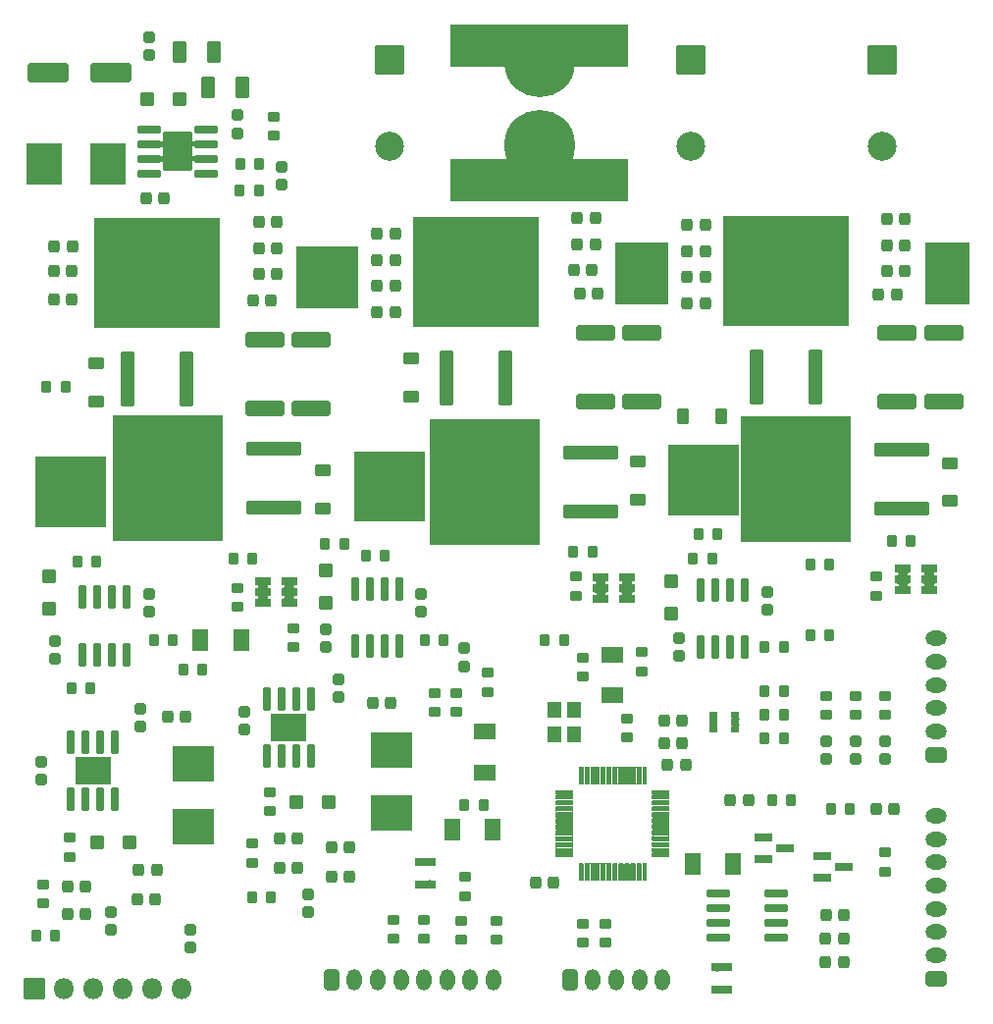
<source format=gbr>
%TF.GenerationSoftware,KiCad,Pcbnew,(6.0.5-0)*%
%TF.CreationDate,2022-05-18T00:34:25-07:00*%
%TF.ProjectId,INV_Board,494e565f-426f-4617-9264-2e6b69636164,rev?*%
%TF.SameCoordinates,Original*%
%TF.FileFunction,Soldermask,Top*%
%TF.FilePolarity,Negative*%
%FSLAX46Y46*%
G04 Gerber Fmt 4.6, Leading zero omitted, Abs format (unit mm)*
G04 Created by KiCad (PCBNEW (6.0.5-0)) date 2022-05-18 00:34:25*
%MOMM*%
%LPD*%
G01*
G04 APERTURE LIST*
G04 Aperture macros list*
%AMRoundRect*
0 Rectangle with rounded corners*
0 $1 Rounding radius*
0 $2 $3 $4 $5 $6 $7 $8 $9 X,Y pos of 4 corners*
0 Add a 4 corners polygon primitive as box body*
4,1,4,$2,$3,$4,$5,$6,$7,$8,$9,$2,$3,0*
0 Add four circle primitives for the rounded corners*
1,1,$1+$1,$2,$3*
1,1,$1+$1,$4,$5*
1,1,$1+$1,$6,$7*
1,1,$1+$1,$8,$9*
0 Add four rect primitives between the rounded corners*
20,1,$1+$1,$2,$3,$4,$5,0*
20,1,$1+$1,$4,$5,$6,$7,0*
20,1,$1+$1,$6,$7,$8,$9,0*
20,1,$1+$1,$8,$9,$2,$3,0*%
G04 Aperture macros list end*
%ADD10C,0.100000*%
%ADD11RoundRect,0.276000X-0.250000X0.225000X-0.250000X-0.225000X0.250000X-0.225000X0.250000X0.225000X0*%
%ADD12RoundRect,0.301000X0.625000X-0.350000X0.625000X0.350000X-0.625000X0.350000X-0.625000X-0.350000X0*%
%ADD13O,1.852000X1.302000*%
%ADD14RoundRect,0.251000X0.200000X0.275000X-0.200000X0.275000X-0.200000X-0.275000X0.200000X-0.275000X0*%
%ADD15RoundRect,0.051000X1.750000X-1.475000X1.750000X1.475000X-1.750000X1.475000X-1.750000X-1.475000X0*%
%ADD16RoundRect,0.251000X-0.275000X0.200000X-0.275000X-0.200000X0.275000X-0.200000X0.275000X0.200000X0*%
%ADD17RoundRect,0.201000X-0.150000X0.825000X-0.150000X-0.825000X0.150000X-0.825000X0.150000X0.825000X0*%
%ADD18RoundRect,0.051000X-1.500000X1.145000X-1.500000X-1.145000X1.500000X-1.145000X1.500000X1.145000X0*%
%ADD19RoundRect,0.251000X-0.200000X-0.275000X0.200000X-0.275000X0.200000X0.275000X-0.200000X0.275000X0*%
%ADD20RoundRect,0.276000X-0.225000X-0.250000X0.225000X-0.250000X0.225000X0.250000X-0.225000X0.250000X0*%
%ADD21RoundRect,0.301000X-1.500000X-0.550000X1.500000X-0.550000X1.500000X0.550000X-1.500000X0.550000X0*%
%ADD22RoundRect,0.051000X0.550000X0.550000X-0.550000X0.550000X-0.550000X-0.550000X0.550000X-0.550000X0*%
%ADD23RoundRect,0.251000X0.275000X-0.200000X0.275000X0.200000X-0.275000X0.200000X-0.275000X-0.200000X0*%
%ADD24RoundRect,0.276000X0.225000X0.250000X-0.225000X0.250000X-0.225000X-0.250000X0.225000X-0.250000X0*%
%ADD25RoundRect,0.276000X0.250000X-0.225000X0.250000X0.225000X-0.250000X0.225000X-0.250000X-0.225000X0*%
%ADD26RoundRect,0.051000X0.200000X-0.325000X0.200000X0.325000X-0.200000X0.325000X-0.200000X-0.325000X0*%
%ADD27RoundRect,0.269750X-0.218750X-0.256250X0.218750X-0.256250X0.218750X0.256250X-0.218750X0.256250X0*%
%ADD28RoundRect,0.201000X0.825000X0.150000X-0.825000X0.150000X-0.825000X-0.150000X0.825000X-0.150000X0*%
%ADD29RoundRect,0.051000X1.205000X1.650000X-1.205000X1.650000X-1.205000X-1.650000X1.205000X-1.650000X0*%
%ADD30RoundRect,0.201000X-0.587500X-0.150000X0.587500X-0.150000X0.587500X0.150000X-0.587500X0.150000X0*%
%ADD31RoundRect,0.301000X-0.325000X-0.650000X0.325000X-0.650000X0.325000X0.650000X-0.325000X0.650000X0*%
%ADD32RoundRect,0.201000X-0.825000X-0.150000X0.825000X-0.150000X0.825000X0.150000X-0.825000X0.150000X0*%
%ADD33RoundRect,0.051000X-0.550000X-0.550000X0.550000X-0.550000X0.550000X0.550000X-0.550000X0.550000X0*%
%ADD34RoundRect,0.051000X-0.325000X-0.200000X0.325000X-0.200000X0.325000X0.200000X-0.325000X0.200000X0*%
%ADD35RoundRect,0.301000X-0.350000X-0.625000X0.350000X-0.625000X0.350000X0.625000X-0.350000X0.625000X0*%
%ADD36O,1.302000X1.852000*%
%ADD37RoundRect,0.201000X0.512500X0.150000X-0.512500X0.150000X-0.512500X-0.150000X0.512500X-0.150000X0*%
%ADD38RoundRect,0.051000X-1.200000X1.200000X-1.200000X-1.200000X1.200000X-1.200000X1.200000X1.200000X0*%
%ADD39C,2.502000*%
%ADD40RoundRect,0.051000X0.650000X0.850000X-0.650000X0.850000X-0.650000X-0.850000X0.650000X-0.850000X0*%
%ADD41C,6.102000*%
%ADD42RoundRect,0.051000X0.850000X-0.850000X0.850000X0.850000X-0.850000X0.850000X-0.850000X-0.850000X0*%
%ADD43O,1.802000X1.802000*%
%ADD44RoundRect,0.051000X0.550000X-0.550000X0.550000X0.550000X-0.550000X0.550000X-0.550000X-0.550000X0*%
%ADD45RoundRect,0.051000X0.600000X-0.450000X0.600000X0.450000X-0.600000X0.450000X-0.600000X-0.450000X0*%
%ADD46RoundRect,0.051000X-0.600000X0.450000X-0.600000X-0.450000X0.600000X-0.450000X0.600000X0.450000X0*%
%ADD47RoundRect,0.051000X0.450000X0.600000X-0.450000X0.600000X-0.450000X-0.600000X0.450000X-0.600000X0*%
%ADD48RoundRect,0.051000X-0.550000X0.650000X-0.550000X-0.650000X0.550000X-0.650000X0.550000X0.650000X0*%
%ADD49RoundRect,0.051000X-0.650000X-0.850000X0.650000X-0.850000X0.650000X0.850000X-0.650000X0.850000X0*%
%ADD50RoundRect,0.051000X0.850000X-0.650000X0.850000X0.650000X-0.850000X0.650000X-0.850000X-0.650000X0*%
%ADD51RoundRect,0.051000X-0.850000X0.650000X-0.850000X-0.650000X0.850000X-0.650000X0.850000X0.650000X0*%
%ADD52RoundRect,0.301000X1.425000X-0.362500X1.425000X0.362500X-1.425000X0.362500X-1.425000X-0.362500X0*%
%ADD53RoundRect,0.051000X1.475000X1.750000X-1.475000X1.750000X-1.475000X-1.750000X1.475000X-1.750000X0*%
%ADD54RoundRect,0.201000X0.150000X-0.825000X0.150000X0.825000X-0.150000X0.825000X-0.150000X-0.825000X0*%
%ADD55RoundRect,0.051000X2.300000X0.550000X-2.300000X0.550000X-2.300000X-0.550000X2.300000X-0.550000X0*%
%ADD56RoundRect,0.051000X4.700000X5.400000X-4.700000X5.400000X-4.700000X-5.400000X4.700000X-5.400000X0*%
%ADD57RoundRect,0.051000X0.550000X-2.300000X0.550000X2.300000X-0.550000X2.300000X-0.550000X-2.300000X0*%
%ADD58RoundRect,0.051000X5.400000X-4.700000X5.400000X4.700000X-5.400000X4.700000X-5.400000X-4.700000X0*%
%ADD59RoundRect,0.126000X-0.075000X0.662500X-0.075000X-0.662500X0.075000X-0.662500X0.075000X0.662500X0*%
%ADD60RoundRect,0.126000X-0.662500X0.075000X-0.662500X-0.075000X0.662500X-0.075000X0.662500X0.075000X0*%
G04 APERTURE END LIST*
D10*
G36*
X179070000Y-92710000D02*
G01*
X173070000Y-92710000D01*
X173070000Y-86710000D01*
X179070000Y-86710000D01*
X179070000Y-92710000D01*
G37*
X179070000Y-92710000D02*
X173070000Y-92710000D01*
X173070000Y-86710000D01*
X179070000Y-86710000D01*
X179070000Y-92710000D01*
G36*
X146250000Y-74875000D02*
G01*
X141000000Y-74875000D01*
X141000000Y-69625000D01*
X146250000Y-69625000D01*
X146250000Y-74875000D01*
G37*
X146250000Y-74875000D02*
X141000000Y-74875000D01*
X141000000Y-69625000D01*
X146250000Y-69625000D01*
X146250000Y-74875000D01*
G36*
X169500000Y-54000000D02*
G01*
X154250000Y-54000000D01*
X154250000Y-50500000D01*
X169500000Y-50500000D01*
X169500000Y-54000000D01*
G37*
X169500000Y-54000000D02*
X154250000Y-54000000D01*
X154250000Y-50500000D01*
X169500000Y-50500000D01*
X169500000Y-54000000D01*
G36*
X124500000Y-93726000D02*
G01*
X118500000Y-93726000D01*
X118500000Y-87726000D01*
X124500000Y-87726000D01*
X124500000Y-93726000D01*
G37*
X124500000Y-93726000D02*
X118500000Y-93726000D01*
X118500000Y-87726000D01*
X124500000Y-87726000D01*
X124500000Y-93726000D01*
G36*
X199000000Y-74500000D02*
G01*
X195250000Y-74500000D01*
X195250000Y-69250000D01*
X199000000Y-69250000D01*
X199000000Y-74500000D01*
G37*
X199000000Y-74500000D02*
X195250000Y-74500000D01*
X195250000Y-69250000D01*
X199000000Y-69250000D01*
X199000000Y-74500000D01*
G36*
X173000000Y-74500000D02*
G01*
X168500000Y-74500000D01*
X168500000Y-69250000D01*
X173000000Y-69250000D01*
X173000000Y-74500000D01*
G37*
X173000000Y-74500000D02*
X168500000Y-74500000D01*
X168500000Y-69250000D01*
X173000000Y-69250000D01*
X173000000Y-74500000D01*
G36*
X169500000Y-65600000D02*
G01*
X154250000Y-65600000D01*
X154250000Y-62100000D01*
X169500000Y-62100000D01*
X169500000Y-65600000D01*
G37*
X169500000Y-65600000D02*
X154250000Y-65600000D01*
X154250000Y-62100000D01*
X169500000Y-62100000D01*
X169500000Y-65600000D01*
G36*
X152019000Y-93249000D02*
G01*
X146019000Y-93249000D01*
X146019000Y-87249000D01*
X152019000Y-87249000D01*
X152019000Y-93249000D01*
G37*
X152019000Y-93249000D02*
X146019000Y-93249000D01*
X146019000Y-87249000D01*
X152019000Y-87249000D01*
X152019000Y-93249000D01*
G36*
X179070000Y-92710000D02*
G01*
X173070000Y-92710000D01*
X173070000Y-86710000D01*
X179070000Y-86710000D01*
X179070000Y-92710000D01*
G37*
X179070000Y-92710000D02*
X173070000Y-92710000D01*
X173070000Y-86710000D01*
X179070000Y-86710000D01*
X179070000Y-92710000D01*
G36*
X146250000Y-74875000D02*
G01*
X141000000Y-74875000D01*
X141000000Y-69625000D01*
X146250000Y-69625000D01*
X146250000Y-74875000D01*
G37*
X146250000Y-74875000D02*
X141000000Y-74875000D01*
X141000000Y-69625000D01*
X146250000Y-69625000D01*
X146250000Y-74875000D01*
G36*
X169500000Y-54000000D02*
G01*
X154250000Y-54000000D01*
X154250000Y-50500000D01*
X169500000Y-50500000D01*
X169500000Y-54000000D01*
G37*
X169500000Y-54000000D02*
X154250000Y-54000000D01*
X154250000Y-50500000D01*
X169500000Y-50500000D01*
X169500000Y-54000000D01*
G36*
X124500000Y-93726000D02*
G01*
X118500000Y-93726000D01*
X118500000Y-87726000D01*
X124500000Y-87726000D01*
X124500000Y-93726000D01*
G37*
X124500000Y-93726000D02*
X118500000Y-93726000D01*
X118500000Y-87726000D01*
X124500000Y-87726000D01*
X124500000Y-93726000D01*
G36*
X199000000Y-74500000D02*
G01*
X195250000Y-74500000D01*
X195250000Y-69250000D01*
X199000000Y-69250000D01*
X199000000Y-74500000D01*
G37*
X199000000Y-74500000D02*
X195250000Y-74500000D01*
X195250000Y-69250000D01*
X199000000Y-69250000D01*
X199000000Y-74500000D01*
G36*
X173000000Y-74500000D02*
G01*
X168500000Y-74500000D01*
X168500000Y-69250000D01*
X173000000Y-69250000D01*
X173000000Y-74500000D01*
G37*
X173000000Y-74500000D02*
X168500000Y-74500000D01*
X168500000Y-69250000D01*
X173000000Y-69250000D01*
X173000000Y-74500000D01*
G36*
X169500000Y-65600000D02*
G01*
X154250000Y-65600000D01*
X154250000Y-62100000D01*
X169500000Y-62100000D01*
X169500000Y-65600000D01*
G37*
X169500000Y-65600000D02*
X154250000Y-65600000D01*
X154250000Y-62100000D01*
X169500000Y-62100000D01*
X169500000Y-65600000D01*
G36*
X152019000Y-93249000D02*
G01*
X146019000Y-93249000D01*
X146019000Y-87249000D01*
X152019000Y-87249000D01*
X152019000Y-93249000D01*
G37*
X152019000Y-93249000D02*
X146019000Y-93249000D01*
X146019000Y-87249000D01*
X152019000Y-87249000D01*
X152019000Y-93249000D01*
D11*
%TO.C,C32*%
X144653000Y-106908000D03*
X144653000Y-108458000D03*
%TD*%
D12*
%TO.C,J6*%
X196215000Y-132715000D03*
D13*
X196215000Y-130715000D03*
X196215000Y-128715000D03*
X196215000Y-126715000D03*
X196215000Y-124715000D03*
X196215000Y-122715000D03*
X196215000Y-120715000D03*
X196215000Y-118715000D03*
%TD*%
D14*
%TO.C,R28*%
X120205000Y-129032000D03*
X118555000Y-129032000D03*
%TD*%
D11*
%TO.C,C23*%
X127522500Y-109447000D03*
X127522500Y-110997000D03*
%TD*%
D15*
%TO.C,L2*%
X132080000Y-119634000D03*
X132080000Y-114184000D03*
%TD*%
D16*
%TO.C,R44*%
X137160000Y-121095000D03*
X137160000Y-122745000D03*
%TD*%
%TO.C,R16*%
X121400000Y-120587000D03*
X121400000Y-122237000D03*
%TD*%
D17*
%TO.C,U8*%
X142240000Y-108585000D03*
X140970000Y-108585000D03*
X139700000Y-108585000D03*
X138430000Y-108585000D03*
X138430000Y-113535000D03*
X139700000Y-113535000D03*
X140970000Y-113535000D03*
X142240000Y-113535000D03*
D18*
X140335000Y-111060000D03*
%TD*%
D19*
%TO.C,R33*%
X187135000Y-118110000D03*
X188785000Y-118110000D03*
%TD*%
D11*
%TO.C,C30*%
X136525000Y-109702000D03*
X136525000Y-111252000D03*
%TD*%
D20*
%TO.C,C33*%
X139560000Y-120650000D03*
X141110000Y-120650000D03*
%TD*%
%TO.C,C44*%
X144018000Y-123952000D03*
X145568000Y-123952000D03*
%TD*%
D21*
%TO.C,C18*%
X119568000Y-54610000D03*
X124968000Y-54610000D03*
%TD*%
D22*
%TO.C,D14*%
X143770000Y-117475000D03*
X140970000Y-117475000D03*
%TD*%
D15*
%TO.C,L3*%
X149225000Y-118480000D03*
X149225000Y-113030000D03*
%TD*%
D19*
%TO.C,R6*%
X136144000Y-62484000D03*
X137794000Y-62484000D03*
%TD*%
D20*
%TO.C,C24*%
X121260000Y-124777000D03*
X122810000Y-124777000D03*
%TD*%
D23*
%TO.C,R1*%
X191770000Y-123507000D03*
X191770000Y-121857000D03*
%TD*%
D20*
%TO.C,C22*%
X121260000Y-127127000D03*
X122810000Y-127127000D03*
%TD*%
D24*
%TO.C,C11*%
X188214000Y-131318000D03*
X186664000Y-131318000D03*
%TD*%
D20*
%TO.C,C26*%
X127382500Y-123317000D03*
X128932500Y-123317000D03*
%TD*%
D16*
%TO.C,R35*%
X138684000Y-116650000D03*
X138684000Y-118300000D03*
%TD*%
D25*
%TO.C,C17*%
X139700000Y-64262000D03*
X139700000Y-62712000D03*
%TD*%
D26*
%TO.C,U14*%
X151496000Y-124587000D03*
X152146000Y-124587000D03*
X152796000Y-124587000D03*
X152796000Y-122687000D03*
X152146000Y-122687000D03*
X151496000Y-122687000D03*
%TD*%
D27*
%TO.C,D3*%
X178435000Y-117348000D03*
X180010000Y-117348000D03*
%TD*%
D28*
%TO.C,U3*%
X133220000Y-63310000D03*
X133220000Y-62040000D03*
X133220000Y-60770000D03*
X133220000Y-59500000D03*
X128270000Y-59500000D03*
X128270000Y-60770000D03*
X128270000Y-62040000D03*
X128270000Y-63310000D03*
D29*
X130745000Y-61405000D03*
%TD*%
D30*
%TO.C,Q1*%
X181259000Y-120523000D03*
X181259000Y-122423000D03*
X183134000Y-121473000D03*
%TD*%
D11*
%TO.C,C45*%
X141986000Y-125476000D03*
X141986000Y-127026000D03*
%TD*%
D20*
%TO.C,C31*%
X139560000Y-123190000D03*
X141110000Y-123190000D03*
%TD*%
D31*
%TO.C,C3*%
X133350000Y-55880000D03*
X136300000Y-55880000D03*
%TD*%
D32*
%TO.C,U2*%
X177422000Y-125349000D03*
X177422000Y-126619000D03*
X177422000Y-127889000D03*
X177422000Y-129159000D03*
X182372000Y-129159000D03*
X182372000Y-127889000D03*
X182372000Y-126619000D03*
X182372000Y-125349000D03*
%TD*%
D11*
%TO.C,C21*%
X118999000Y-114033000D03*
X118999000Y-115583000D03*
%TD*%
D14*
%TO.C,R2*%
X183705000Y-117348000D03*
X182055000Y-117348000D03*
%TD*%
D24*
%TO.C,C12*%
X188214000Y-129286000D03*
X186664000Y-129286000D03*
%TD*%
D33*
%TO.C,D4*%
X128140000Y-56896000D03*
X130940000Y-56896000D03*
%TD*%
D30*
%TO.C,Q2*%
X186387500Y-122174000D03*
X186387500Y-124074000D03*
X188262500Y-123124000D03*
%TD*%
D16*
%TO.C,R29*%
X119126000Y-124587000D03*
X119126000Y-126237000D03*
%TD*%
D20*
%TO.C,C43*%
X144018000Y-121412000D03*
X145568000Y-121412000D03*
%TD*%
D14*
%TO.C,R43*%
X138810000Y-125730000D03*
X137160000Y-125730000D03*
%TD*%
D20*
%TO.C,C25*%
X129908000Y-110109000D03*
X131458000Y-110109000D03*
%TD*%
%TO.C,C5*%
X186677000Y-127254000D03*
X188227000Y-127254000D03*
%TD*%
%TO.C,C29*%
X190995000Y-118110000D03*
X192545000Y-118110000D03*
%TD*%
D11*
%TO.C,C28*%
X124982500Y-126987000D03*
X124982500Y-128537000D03*
%TD*%
D17*
%TO.C,U5*%
X125349000Y-112333000D03*
X124079000Y-112333000D03*
X122809000Y-112333000D03*
X121539000Y-112333000D03*
X121539000Y-117283000D03*
X122809000Y-117283000D03*
X124079000Y-117283000D03*
X125349000Y-117283000D03*
D18*
X123444000Y-114808000D03*
%TD*%
D20*
%TO.C,C37*%
X147574000Y-108966000D03*
X149124000Y-108966000D03*
%TD*%
D34*
%TO.C,U12*%
X176977000Y-109967000D03*
X176977000Y-110617000D03*
X176977000Y-111267000D03*
X178877000Y-111267000D03*
X178877000Y-110617000D03*
X178877000Y-109967000D03*
%TD*%
D20*
%TO.C,C27*%
X127242500Y-125857000D03*
X128792500Y-125857000D03*
%TD*%
D31*
%TO.C,C2*%
X130908000Y-52832000D03*
X133858000Y-52832000D03*
%TD*%
D26*
%TO.C,U13*%
X177023000Y-133665000D03*
X177673000Y-133665000D03*
X178323000Y-133665000D03*
X178323000Y-131765000D03*
X177673000Y-131765000D03*
X177023000Y-131765000D03*
%TD*%
D22*
%TO.C,D8*%
X126610000Y-120967000D03*
X123810000Y-120967000D03*
%TD*%
D20*
%TO.C,C54*%
X165225000Y-67150000D03*
X166775000Y-67150000D03*
%TD*%
D23*
%TO.C,R34*%
X140716000Y-104177500D03*
X140716000Y-102527500D03*
%TD*%
%TO.C,R26*%
X169545000Y-111950000D03*
X169545000Y-110300000D03*
%TD*%
D19*
%TO.C,R19*%
X185357000Y-103124000D03*
X187007000Y-103124000D03*
%TD*%
D35*
%TO.C,J5*%
X144018000Y-132842000D03*
D36*
X146018000Y-132842000D03*
X148018000Y-132842000D03*
X150018000Y-132842000D03*
X152018000Y-132842000D03*
X154018000Y-132842000D03*
X156018000Y-132842000D03*
X158018000Y-132842000D03*
%TD*%
D23*
%TO.C,R32*%
X135890000Y-100672500D03*
X135890000Y-99022500D03*
%TD*%
D19*
%TO.C,R31*%
X135547500Y-96520000D03*
X137197500Y-96520000D03*
%TD*%
D23*
%TO.C,R24*%
X165100000Y-99732500D03*
X165100000Y-98082500D03*
%TD*%
D19*
%TO.C,R23*%
X164910000Y-95885000D03*
X166560000Y-95885000D03*
%TD*%
D23*
%TO.C,R18*%
X191000000Y-99732500D03*
X191000000Y-98082500D03*
%TD*%
D19*
%TO.C,R17*%
X192367500Y-94996000D03*
X194017500Y-94996000D03*
%TD*%
D37*
%TO.C,U7*%
X140372500Y-100330000D03*
X140372500Y-99380000D03*
X140372500Y-98430000D03*
X138097500Y-98430000D03*
X138097500Y-99380000D03*
X138097500Y-100330000D03*
%TD*%
%TO.C,U6*%
X169537500Y-100010000D03*
X169537500Y-99060000D03*
X169537500Y-98110000D03*
X167262500Y-98110000D03*
X167262500Y-99060000D03*
X167262500Y-100010000D03*
%TD*%
%TO.C,U4*%
X195617500Y-99248000D03*
X195617500Y-98298000D03*
X195617500Y-97348000D03*
X193342500Y-97348000D03*
X193342500Y-98298000D03*
X193342500Y-99248000D03*
%TD*%
D20*
%TO.C,C47*%
X191975000Y-67250000D03*
X193525000Y-67250000D03*
%TD*%
D38*
%TO.C,C46*%
X191500000Y-53500000D03*
D39*
X191500000Y-61000000D03*
%TD*%
D19*
%TO.C,TH1*%
X185331500Y-97028000D03*
X186981500Y-97028000D03*
%TD*%
D14*
%TO.C,R22*%
X157136500Y-117729000D03*
X155486500Y-117729000D03*
%TD*%
D23*
%TO.C,R30*%
X155575000Y-125615000D03*
X155575000Y-123965000D03*
%TD*%
D16*
%TO.C,R20*%
X165735000Y-127978500D03*
X165735000Y-129628500D03*
%TD*%
D40*
%TO.C,D9*%
X157960000Y-119888000D03*
X154460000Y-119888000D03*
%TD*%
D24*
%TO.C,C64*%
X176275000Y-74500000D03*
X174725000Y-74500000D03*
%TD*%
%TO.C,C61*%
X176275000Y-72250000D03*
X174725000Y-72250000D03*
%TD*%
%TO.C,C58*%
X176275000Y-70000000D03*
X174725000Y-70000000D03*
%TD*%
%TO.C,C56*%
X176275000Y-67750000D03*
X174725000Y-67750000D03*
%TD*%
D20*
%TO.C,C53*%
X165225000Y-69400000D03*
X166775000Y-69400000D03*
%TD*%
%TO.C,C51*%
X164960000Y-71650000D03*
X166510000Y-71650000D03*
%TD*%
D24*
%TO.C,C50*%
X149525000Y-75250000D03*
X147975000Y-75250000D03*
%TD*%
%TO.C,C74*%
X149525000Y-73000000D03*
X147975000Y-73000000D03*
%TD*%
%TO.C,C73*%
X149525000Y-70750000D03*
X147975000Y-70750000D03*
%TD*%
D20*
%TO.C,C72*%
X137775000Y-67500000D03*
X139325000Y-67500000D03*
%TD*%
%TO.C,C70*%
X137775000Y-69750000D03*
X139325000Y-69750000D03*
%TD*%
%TO.C,C69*%
X137775000Y-72000000D03*
X139325000Y-72000000D03*
%TD*%
D24*
%TO.C,C67*%
X121616000Y-74168000D03*
X120066000Y-74168000D03*
%TD*%
%TO.C,C62*%
X121616000Y-71744000D03*
X120066000Y-71744000D03*
%TD*%
D11*
%TO.C,C20*%
X186690000Y-112229500D03*
X186690000Y-113779500D03*
%TD*%
%TO.C,C19*%
X189230000Y-112229500D03*
X189230000Y-113779500D03*
%TD*%
%TO.C,C16*%
X191770000Y-112229500D03*
X191770000Y-113779500D03*
%TD*%
D41*
%TO.C,J8*%
X162000000Y-60850000D03*
X162000000Y-53650000D03*
%TD*%
D42*
%TO.C,J3*%
X118364000Y-133604000D03*
D43*
X120904000Y-133604000D03*
X123444000Y-133604000D03*
X125984000Y-133604000D03*
X128524000Y-133604000D03*
X131064000Y-133604000D03*
%TD*%
D12*
%TO.C,J4*%
X196173000Y-113411000D03*
D13*
X196173000Y-111411000D03*
X196173000Y-109411000D03*
X196173000Y-107411000D03*
X196173000Y-105411000D03*
X196173000Y-103411000D03*
%TD*%
D23*
%TO.C,R14*%
X149352000Y-129323500D03*
X149352000Y-127673500D03*
%TD*%
D16*
%TO.C,R13*%
X152019000Y-127673500D03*
X152019000Y-129323500D03*
%TD*%
D44*
%TO.C,D17*%
X143510000Y-100330000D03*
X143510000Y-97530000D03*
%TD*%
D20*
%TO.C,C7*%
X172732500Y-112395000D03*
X174282500Y-112395000D03*
%TD*%
D23*
%TO.C,R15*%
X186690000Y-110019500D03*
X186690000Y-108369500D03*
%TD*%
%TO.C,R11*%
X189230000Y-110019500D03*
X189230000Y-108369500D03*
%TD*%
%TO.C,R7*%
X191770000Y-110019500D03*
X191770000Y-108369500D03*
%TD*%
D19*
%TO.C,R12*%
X181394500Y-112014000D03*
X183044500Y-112014000D03*
%TD*%
%TO.C,R10*%
X181420000Y-109982000D03*
X183070000Y-109982000D03*
%TD*%
%TO.C,R5*%
X181394500Y-107950000D03*
X183044500Y-107950000D03*
%TD*%
D16*
%TO.C,R25*%
X158242000Y-127724500D03*
X158242000Y-129374500D03*
%TD*%
%TO.C,R21*%
X155194000Y-127724500D03*
X155194000Y-129374500D03*
%TD*%
%TO.C,R27*%
X167640000Y-127978500D03*
X167640000Y-129628500D03*
%TD*%
D45*
%TO.C,D21*%
X143256000Y-92201000D03*
X143256000Y-88901000D03*
%TD*%
D46*
%TO.C,D20*%
X123698000Y-79631000D03*
X123698000Y-82931000D03*
%TD*%
D45*
%TO.C,D25*%
X170434000Y-91440000D03*
X170434000Y-88140000D03*
%TD*%
D46*
%TO.C,D24*%
X150876000Y-79250000D03*
X150876000Y-82550000D03*
%TD*%
D45*
%TO.C,D23*%
X197358000Y-91565000D03*
X197358000Y-88265000D03*
%TD*%
D47*
%TO.C,D22*%
X177672000Y-84201000D03*
X174372000Y-84201000D03*
%TD*%
D38*
%TO.C,C42*%
X149000000Y-53500000D03*
D39*
X149000000Y-61000000D03*
%TD*%
D38*
%TO.C,C41*%
X175000000Y-53500000D03*
D39*
X175000000Y-61000000D03*
%TD*%
D20*
%TO.C,C57*%
X191975000Y-69500000D03*
X193525000Y-69500000D03*
%TD*%
%TO.C,C59*%
X191975000Y-71750000D03*
X193525000Y-71750000D03*
%TD*%
D44*
%TO.C,D15*%
X119634000Y-100838000D03*
X119634000Y-98038000D03*
%TD*%
D25*
%TO.C,C1*%
X131826000Y-130086500D03*
X131826000Y-128536500D03*
%TD*%
D35*
%TO.C,J7*%
X164592000Y-132842000D03*
D36*
X166592000Y-132842000D03*
X168592000Y-132842000D03*
X170592000Y-132842000D03*
X172592000Y-132842000D03*
%TD*%
D11*
%TO.C,C71*%
X155448000Y-104254000D03*
X155448000Y-105804000D03*
%TD*%
D48*
%TO.C,X1*%
X163260800Y-109560400D03*
X163260800Y-111660400D03*
X164910800Y-111660400D03*
X164910800Y-109560400D03*
%TD*%
D14*
%TO.C,R65*%
X164083000Y-103505000D03*
X162433000Y-103505000D03*
%TD*%
D19*
%TO.C,R58*%
X121603000Y-107696000D03*
X123253000Y-107696000D03*
%TD*%
%TO.C,R51*%
X131255000Y-106045000D03*
X132905000Y-106045000D03*
%TD*%
D16*
%TO.C,R42*%
X152908000Y-108078000D03*
X152908000Y-109728000D03*
%TD*%
D23*
%TO.C,R41*%
X154813000Y-109728000D03*
X154813000Y-108078000D03*
%TD*%
D16*
%TO.C,R37*%
X170815000Y-104585000D03*
X170815000Y-106235000D03*
%TD*%
%TO.C,R36*%
X165735000Y-105067500D03*
X165735000Y-106717500D03*
%TD*%
D49*
%TO.C,D26*%
X132715000Y-103505000D03*
X136215000Y-103505000D03*
%TD*%
D50*
%TO.C,D19*%
X157226000Y-114935000D03*
X157226000Y-111435000D03*
%TD*%
D51*
%TO.C,D13*%
X168275000Y-104775000D03*
X168275000Y-108275000D03*
%TD*%
D49*
%TO.C,D11*%
X175189000Y-122809000D03*
X178689000Y-122809000D03*
%TD*%
D24*
%TO.C,C10*%
X163182500Y-124460000D03*
X161632500Y-124460000D03*
%TD*%
D52*
%TO.C,R52*%
X142250000Y-83586500D03*
X142250000Y-77661500D03*
%TD*%
%TO.C,R54*%
X170815000Y-82972500D03*
X170815000Y-77047500D03*
%TD*%
%TO.C,R53*%
X196850000Y-82972500D03*
X196850000Y-77047500D03*
%TD*%
D16*
%TO.C,R66*%
X157480000Y-106363000D03*
X157480000Y-108013000D03*
%TD*%
D23*
%TO.C,R4*%
X139065000Y-60032500D03*
X139065000Y-58382500D03*
%TD*%
D14*
%TO.C,R3*%
X137756500Y-64770000D03*
X136106500Y-64770000D03*
%TD*%
D53*
%TO.C,L1*%
X124714000Y-62484000D03*
X119264000Y-62484000D03*
%TD*%
D11*
%TO.C,C13*%
X128270000Y-51574500D03*
X128270000Y-53124500D03*
%TD*%
D24*
%TO.C,C8*%
X129553000Y-65405000D03*
X128003000Y-65405000D03*
%TD*%
D25*
%TO.C,C4*%
X135890000Y-59830000D03*
X135890000Y-58280000D03*
%TD*%
D54*
%TO.C,U9*%
X122555000Y-104775000D03*
X123825000Y-104775000D03*
X125095000Y-104775000D03*
X126365000Y-104775000D03*
X126365000Y-99825000D03*
X125095000Y-99825000D03*
X123825000Y-99825000D03*
X122555000Y-99825000D03*
%TD*%
%TO.C,U11*%
X146050000Y-104075000D03*
X147320000Y-104075000D03*
X148590000Y-104075000D03*
X149860000Y-104075000D03*
X149860000Y-99125000D03*
X148590000Y-99125000D03*
X147320000Y-99125000D03*
X146050000Y-99125000D03*
%TD*%
D52*
%TO.C,R55*%
X138250000Y-83586500D03*
X138250000Y-77661500D03*
%TD*%
%TO.C,R57*%
X166815000Y-82972500D03*
X166815000Y-77047500D03*
%TD*%
D19*
%TO.C,R47*%
X128715000Y-103505000D03*
X130365000Y-103505000D03*
%TD*%
%TO.C,R45*%
X119444000Y-81661000D03*
X121094000Y-81661000D03*
%TD*%
%TO.C,R50*%
X152057500Y-103505000D03*
X153707500Y-103505000D03*
%TD*%
%TO.C,R46*%
X147003000Y-96266000D03*
X148653000Y-96266000D03*
%TD*%
D14*
%TO.C,R38*%
X123735500Y-96774000D03*
X122085500Y-96774000D03*
%TD*%
%TO.C,R40*%
X145122500Y-95250000D03*
X143472500Y-95250000D03*
%TD*%
D19*
%TO.C,R48*%
X175705000Y-94361000D03*
X177355000Y-94361000D03*
%TD*%
D55*
%TO.C,Q4*%
X139025000Y-92140000D03*
D56*
X129875000Y-89600000D03*
D55*
X139025000Y-87060000D03*
%TD*%
D57*
%TO.C,Q3*%
X126460000Y-81025000D03*
D58*
X129000000Y-71875000D03*
D57*
X131540000Y-81025000D03*
%TD*%
D55*
%TO.C,Q8*%
X166376000Y-92456000D03*
D56*
X157226000Y-89916000D03*
D55*
X166376000Y-87376000D03*
%TD*%
D57*
%TO.C,Q7*%
X153960000Y-80975000D03*
D58*
X156500000Y-71825000D03*
D57*
X159040000Y-80975000D03*
%TD*%
D55*
%TO.C,Q6*%
X193227000Y-92202000D03*
D56*
X184077000Y-89662000D03*
D55*
X193227000Y-87122000D03*
%TD*%
D20*
%TO.C,C68*%
X137225000Y-74250000D03*
X138775000Y-74250000D03*
%TD*%
%TO.C,C52*%
X165455000Y-73660000D03*
X167005000Y-73660000D03*
%TD*%
D24*
%TO.C,C48*%
X121666000Y-69596000D03*
X120116000Y-69596000D03*
%TD*%
D11*
%TO.C,C38*%
X120142000Y-103619000D03*
X120142000Y-105169000D03*
%TD*%
%TO.C,C40*%
X143510000Y-102577500D03*
X143510000Y-104127500D03*
%TD*%
%TO.C,C34*%
X128270000Y-99555000D03*
X128270000Y-101105000D03*
%TD*%
%TO.C,C36*%
X151765000Y-99555000D03*
X151765000Y-101105000D03*
%TD*%
D20*
%TO.C,C9*%
X173037500Y-114300000D03*
X174587500Y-114300000D03*
%TD*%
D54*
%TO.C,U10*%
X175895000Y-104140000D03*
X177165000Y-104140000D03*
X178435000Y-104140000D03*
X179705000Y-104140000D03*
X179705000Y-99190000D03*
X178435000Y-99190000D03*
X177165000Y-99190000D03*
X175895000Y-99190000D03*
%TD*%
D59*
%TO.C,U1*%
X171025000Y-115217500D03*
X170525000Y-115217500D03*
X170025000Y-115217500D03*
X169525000Y-115217500D03*
X169025000Y-115217500D03*
X168525000Y-115217500D03*
X168025000Y-115217500D03*
X167525000Y-115217500D03*
X167025000Y-115217500D03*
X166525000Y-115217500D03*
X166025000Y-115217500D03*
X165525000Y-115217500D03*
D60*
X164112500Y-116630000D03*
X164112500Y-117130000D03*
X164112500Y-117630000D03*
X164112500Y-118130000D03*
X164112500Y-118630000D03*
X164112500Y-119130000D03*
X164112500Y-119630000D03*
X164112500Y-120130000D03*
X164112500Y-120630000D03*
X164112500Y-121130000D03*
X164112500Y-121630000D03*
X164112500Y-122130000D03*
D59*
X165525000Y-123542500D03*
X166025000Y-123542500D03*
X166525000Y-123542500D03*
X167025000Y-123542500D03*
X167525000Y-123542500D03*
X168025000Y-123542500D03*
X168525000Y-123542500D03*
X169025000Y-123542500D03*
X169525000Y-123542500D03*
X170025000Y-123542500D03*
X170525000Y-123542500D03*
X171025000Y-123542500D03*
D60*
X172437500Y-122130000D03*
X172437500Y-121630000D03*
X172437500Y-121130000D03*
X172437500Y-120630000D03*
X172437500Y-120130000D03*
X172437500Y-119630000D03*
X172437500Y-119130000D03*
X172437500Y-118630000D03*
X172437500Y-118130000D03*
X172437500Y-117630000D03*
X172437500Y-117130000D03*
X172437500Y-116630000D03*
%TD*%
D19*
%TO.C,R49*%
X181420000Y-104140000D03*
X183070000Y-104140000D03*
%TD*%
D14*
%TO.C,R39*%
X176872500Y-96520000D03*
X175222500Y-96520000D03*
%TD*%
D52*
%TO.C,R56*%
X192850000Y-82972500D03*
X192850000Y-77047500D03*
%TD*%
D57*
%TO.C,Q5*%
X180710000Y-80825000D03*
D58*
X183250000Y-71675000D03*
D57*
X185790000Y-80825000D03*
%TD*%
D44*
%TO.C,D16*%
X173355000Y-101225000D03*
X173355000Y-98425000D03*
%TD*%
D20*
%TO.C,C60*%
X191225000Y-73750000D03*
X192775000Y-73750000D03*
%TD*%
D11*
%TO.C,C39*%
X173990000Y-103365000D03*
X173990000Y-104915000D03*
%TD*%
%TO.C,C35*%
X181610000Y-99402500D03*
X181610000Y-100952500D03*
%TD*%
D20*
%TO.C,C6*%
X172732500Y-110490000D03*
X174282500Y-110490000D03*
%TD*%
D24*
%TO.C,C55*%
X149525000Y-68500000D03*
X147975000Y-68500000D03*
%TD*%
G36*
X177263660Y-133307493D02*
G01*
X177277452Y-133316709D01*
X177278615Y-133314969D01*
X177280409Y-133314084D01*
X177281560Y-133314545D01*
X177298952Y-133329078D01*
X177367670Y-133337704D01*
X177415288Y-133314918D01*
X177417282Y-133315072D01*
X177417814Y-133315611D01*
X177418548Y-133316709D01*
X177432340Y-133307493D01*
X177434336Y-133307362D01*
X177435447Y-133309025D01*
X177435114Y-133310267D01*
X177427767Y-133321262D01*
X177424000Y-133340199D01*
X177424000Y-133989801D01*
X177427767Y-134008738D01*
X177435114Y-134019733D01*
X177435245Y-134021729D01*
X177433582Y-134022840D01*
X177432340Y-134022507D01*
X177418548Y-134013291D01*
X177417385Y-134015031D01*
X177415591Y-134015916D01*
X177414440Y-134015455D01*
X177397048Y-134000922D01*
X177328330Y-133992296D01*
X177280712Y-134015082D01*
X177278718Y-134014928D01*
X177278186Y-134014389D01*
X177277452Y-134013291D01*
X177263660Y-134022507D01*
X177261664Y-134022638D01*
X177260553Y-134020975D01*
X177260886Y-134019733D01*
X177268233Y-134008738D01*
X177272000Y-133989801D01*
X177272000Y-133340199D01*
X177268233Y-133321262D01*
X177260886Y-133310267D01*
X177260755Y-133308271D01*
X177262418Y-133307160D01*
X177263660Y-133307493D01*
G37*
G36*
X177913660Y-133307493D02*
G01*
X177927452Y-133316709D01*
X177928615Y-133314969D01*
X177930409Y-133314084D01*
X177931560Y-133314545D01*
X177948952Y-133329078D01*
X178017670Y-133337704D01*
X178065288Y-133314918D01*
X178067282Y-133315072D01*
X178067814Y-133315611D01*
X178068548Y-133316709D01*
X178082340Y-133307493D01*
X178084336Y-133307362D01*
X178085447Y-133309025D01*
X178085114Y-133310267D01*
X178077767Y-133321262D01*
X178074000Y-133340199D01*
X178074000Y-133989801D01*
X178077767Y-134008738D01*
X178085114Y-134019733D01*
X178085245Y-134021729D01*
X178083582Y-134022840D01*
X178082340Y-134022507D01*
X178068548Y-134013291D01*
X178067385Y-134015031D01*
X178065591Y-134015916D01*
X178064440Y-134015455D01*
X178047048Y-134000922D01*
X177978330Y-133992296D01*
X177930712Y-134015082D01*
X177928718Y-134014928D01*
X177928186Y-134014389D01*
X177927452Y-134013291D01*
X177913660Y-134022507D01*
X177911664Y-134022638D01*
X177910553Y-134020975D01*
X177910886Y-134019733D01*
X177918233Y-134008738D01*
X177922000Y-133989801D01*
X177922000Y-133340199D01*
X177918233Y-133321262D01*
X177910886Y-133310267D01*
X177910755Y-133308271D01*
X177912418Y-133307160D01*
X177913660Y-133307493D01*
G37*
G36*
X177263660Y-131407493D02*
G01*
X177277452Y-131416709D01*
X177278615Y-131414969D01*
X177280409Y-131414084D01*
X177281560Y-131414545D01*
X177298952Y-131429078D01*
X177367670Y-131437704D01*
X177415288Y-131414918D01*
X177417282Y-131415072D01*
X177417814Y-131415611D01*
X177418548Y-131416709D01*
X177432340Y-131407493D01*
X177434336Y-131407362D01*
X177435447Y-131409025D01*
X177435114Y-131410267D01*
X177427767Y-131421262D01*
X177424000Y-131440199D01*
X177424000Y-132089801D01*
X177427767Y-132108738D01*
X177435114Y-132119733D01*
X177435245Y-132121729D01*
X177433582Y-132122840D01*
X177432340Y-132122507D01*
X177418548Y-132113291D01*
X177417385Y-132115031D01*
X177415591Y-132115916D01*
X177414440Y-132115455D01*
X177397048Y-132100922D01*
X177328330Y-132092296D01*
X177280712Y-132115082D01*
X177278718Y-132114928D01*
X177278186Y-132114389D01*
X177277452Y-132113291D01*
X177263660Y-132122507D01*
X177261664Y-132122638D01*
X177260553Y-132120975D01*
X177260886Y-132119733D01*
X177268233Y-132108738D01*
X177272000Y-132089801D01*
X177272000Y-131440199D01*
X177268233Y-131421262D01*
X177260886Y-131410267D01*
X177260755Y-131408271D01*
X177262418Y-131407160D01*
X177263660Y-131407493D01*
G37*
G36*
X177913660Y-131407493D02*
G01*
X177927452Y-131416709D01*
X177928615Y-131414969D01*
X177930409Y-131414084D01*
X177931560Y-131414545D01*
X177948952Y-131429078D01*
X178017670Y-131437704D01*
X178065288Y-131414918D01*
X178067282Y-131415072D01*
X178067814Y-131415611D01*
X178068548Y-131416709D01*
X178082340Y-131407493D01*
X178084336Y-131407362D01*
X178085447Y-131409025D01*
X178085114Y-131410267D01*
X178077767Y-131421262D01*
X178074000Y-131440199D01*
X178074000Y-132089801D01*
X178077767Y-132108738D01*
X178085114Y-132119733D01*
X178085245Y-132121729D01*
X178083582Y-132122840D01*
X178082340Y-132122507D01*
X178068548Y-132113291D01*
X178067385Y-132115031D01*
X178065591Y-132115916D01*
X178064440Y-132115455D01*
X178047048Y-132100922D01*
X177978330Y-132092296D01*
X177930712Y-132115082D01*
X177928718Y-132114928D01*
X177928186Y-132114389D01*
X177927452Y-132113291D01*
X177913660Y-132122507D01*
X177911664Y-132122638D01*
X177910553Y-132120975D01*
X177910886Y-132119733D01*
X177918233Y-132108738D01*
X177922000Y-132089801D01*
X177922000Y-131440199D01*
X177918233Y-131421262D01*
X177910886Y-131410267D01*
X177910755Y-131408271D01*
X177912418Y-131407160D01*
X177913660Y-131407493D01*
G37*
G36*
X151736660Y-124229493D02*
G01*
X151750452Y-124238709D01*
X151751615Y-124236969D01*
X151753409Y-124236084D01*
X151754560Y-124236545D01*
X151771952Y-124251078D01*
X151840670Y-124259704D01*
X151888288Y-124236918D01*
X151890282Y-124237072D01*
X151890814Y-124237611D01*
X151891548Y-124238709D01*
X151905340Y-124229493D01*
X151907336Y-124229362D01*
X151908447Y-124231025D01*
X151908114Y-124232267D01*
X151900767Y-124243262D01*
X151897000Y-124262199D01*
X151897000Y-124911801D01*
X151900767Y-124930738D01*
X151908114Y-124941733D01*
X151908245Y-124943729D01*
X151906582Y-124944840D01*
X151905340Y-124944507D01*
X151891548Y-124935291D01*
X151890385Y-124937031D01*
X151888591Y-124937916D01*
X151887440Y-124937455D01*
X151870048Y-124922922D01*
X151801330Y-124914296D01*
X151753712Y-124937082D01*
X151751718Y-124936928D01*
X151751186Y-124936389D01*
X151750452Y-124935291D01*
X151736660Y-124944507D01*
X151734664Y-124944638D01*
X151733553Y-124942975D01*
X151733886Y-124941733D01*
X151741233Y-124930738D01*
X151745000Y-124911801D01*
X151745000Y-124262199D01*
X151741233Y-124243262D01*
X151733886Y-124232267D01*
X151733755Y-124230271D01*
X151735418Y-124229160D01*
X151736660Y-124229493D01*
G37*
G36*
X152386660Y-124229493D02*
G01*
X152400452Y-124238709D01*
X152401615Y-124236969D01*
X152403409Y-124236084D01*
X152404560Y-124236545D01*
X152421952Y-124251078D01*
X152490670Y-124259704D01*
X152538288Y-124236918D01*
X152540282Y-124237072D01*
X152540814Y-124237611D01*
X152541548Y-124238709D01*
X152555340Y-124229493D01*
X152557336Y-124229362D01*
X152558447Y-124231025D01*
X152558114Y-124232267D01*
X152550767Y-124243262D01*
X152547000Y-124262199D01*
X152547000Y-124911801D01*
X152550767Y-124930738D01*
X152558114Y-124941733D01*
X152558245Y-124943729D01*
X152556582Y-124944840D01*
X152555340Y-124944507D01*
X152541548Y-124935291D01*
X152540385Y-124937031D01*
X152538591Y-124937916D01*
X152537440Y-124937455D01*
X152520048Y-124922922D01*
X152451330Y-124914296D01*
X152403712Y-124937082D01*
X152401718Y-124936928D01*
X152401186Y-124936389D01*
X152400452Y-124935291D01*
X152386660Y-124944507D01*
X152384664Y-124944638D01*
X152383553Y-124942975D01*
X152383886Y-124941733D01*
X152391233Y-124930738D01*
X152395000Y-124911801D01*
X152395000Y-124262199D01*
X152391233Y-124243262D01*
X152383886Y-124232267D01*
X152383755Y-124230271D01*
X152385418Y-124229160D01*
X152386660Y-124229493D01*
G37*
G36*
X165693693Y-122794460D02*
G01*
X165706425Y-122802967D01*
X165772789Y-122823747D01*
X165843589Y-122802958D01*
X165856307Y-122794460D01*
X165858303Y-122794329D01*
X165859414Y-122795992D01*
X165859081Y-122797234D01*
X165835476Y-122832561D01*
X165826000Y-122880199D01*
X165826000Y-124204801D01*
X165835476Y-124252439D01*
X165859081Y-124287766D01*
X165859212Y-124289762D01*
X165857549Y-124290873D01*
X165856307Y-124290540D01*
X165843575Y-124282033D01*
X165777211Y-124261253D01*
X165706411Y-124282042D01*
X165693693Y-124290540D01*
X165691697Y-124290671D01*
X165690586Y-124289008D01*
X165690919Y-124287766D01*
X165714524Y-124252439D01*
X165724000Y-124204801D01*
X165724000Y-122880199D01*
X165714524Y-122832561D01*
X165690919Y-122797234D01*
X165690788Y-122795238D01*
X165692451Y-122794127D01*
X165693693Y-122794460D01*
G37*
G36*
X168193693Y-122794460D02*
G01*
X168206425Y-122802967D01*
X168272789Y-122823747D01*
X168343589Y-122802958D01*
X168356307Y-122794460D01*
X168358303Y-122794329D01*
X168359414Y-122795992D01*
X168359081Y-122797234D01*
X168335476Y-122832561D01*
X168326000Y-122880199D01*
X168326000Y-124204801D01*
X168335476Y-124252439D01*
X168359081Y-124287766D01*
X168359212Y-124289762D01*
X168357549Y-124290873D01*
X168356307Y-124290540D01*
X168343575Y-124282033D01*
X168277211Y-124261253D01*
X168206411Y-124282042D01*
X168193693Y-124290540D01*
X168191697Y-124290671D01*
X168190586Y-124289008D01*
X168190919Y-124287766D01*
X168214524Y-124252439D01*
X168224000Y-124204801D01*
X168224000Y-122880199D01*
X168214524Y-122832561D01*
X168190919Y-122797234D01*
X168190788Y-122795238D01*
X168192451Y-122794127D01*
X168193693Y-122794460D01*
G37*
G36*
X167693693Y-122794460D02*
G01*
X167706425Y-122802967D01*
X167772789Y-122823747D01*
X167843589Y-122802958D01*
X167856307Y-122794460D01*
X167858303Y-122794329D01*
X167859414Y-122795992D01*
X167859081Y-122797234D01*
X167835476Y-122832561D01*
X167826000Y-122880199D01*
X167826000Y-124204801D01*
X167835476Y-124252439D01*
X167859081Y-124287766D01*
X167859212Y-124289762D01*
X167857549Y-124290873D01*
X167856307Y-124290540D01*
X167843575Y-124282033D01*
X167777211Y-124261253D01*
X167706411Y-124282042D01*
X167693693Y-124290540D01*
X167691697Y-124290671D01*
X167690586Y-124289008D01*
X167690919Y-124287766D01*
X167714524Y-124252439D01*
X167724000Y-124204801D01*
X167724000Y-122880199D01*
X167714524Y-122832561D01*
X167690919Y-122797234D01*
X167690788Y-122795238D01*
X167692451Y-122794127D01*
X167693693Y-122794460D01*
G37*
G36*
X170193693Y-122794460D02*
G01*
X170206425Y-122802967D01*
X170272789Y-122823747D01*
X170343589Y-122802958D01*
X170356307Y-122794460D01*
X170358303Y-122794329D01*
X170359414Y-122795992D01*
X170359081Y-122797234D01*
X170335476Y-122832561D01*
X170326000Y-122880199D01*
X170326000Y-124204801D01*
X170335476Y-124252439D01*
X170359081Y-124287766D01*
X170359212Y-124289762D01*
X170357549Y-124290873D01*
X170356307Y-124290540D01*
X170343575Y-124282033D01*
X170277211Y-124261253D01*
X170206411Y-124282042D01*
X170193693Y-124290540D01*
X170191697Y-124290671D01*
X170190586Y-124289008D01*
X170190919Y-124287766D01*
X170214524Y-124252439D01*
X170224000Y-124204801D01*
X170224000Y-122880199D01*
X170214524Y-122832561D01*
X170190919Y-122797234D01*
X170190788Y-122795238D01*
X170192451Y-122794127D01*
X170193693Y-122794460D01*
G37*
G36*
X166193693Y-122794460D02*
G01*
X166206425Y-122802967D01*
X166272789Y-122823747D01*
X166343589Y-122802958D01*
X166356307Y-122794460D01*
X166358303Y-122794329D01*
X166359414Y-122795992D01*
X166359081Y-122797234D01*
X166335476Y-122832561D01*
X166326000Y-122880199D01*
X166326000Y-124204801D01*
X166335476Y-124252439D01*
X166359081Y-124287766D01*
X166359212Y-124289762D01*
X166357549Y-124290873D01*
X166356307Y-124290540D01*
X166343575Y-124282033D01*
X166277211Y-124261253D01*
X166206411Y-124282042D01*
X166193693Y-124290540D01*
X166191697Y-124290671D01*
X166190586Y-124289008D01*
X166190919Y-124287766D01*
X166214524Y-124252439D01*
X166224000Y-124204801D01*
X166224000Y-122880199D01*
X166214524Y-122832561D01*
X166190919Y-122797234D01*
X166190788Y-122795238D01*
X166192451Y-122794127D01*
X166193693Y-122794460D01*
G37*
G36*
X168693693Y-122794460D02*
G01*
X168706425Y-122802967D01*
X168772789Y-122823747D01*
X168843589Y-122802958D01*
X168856307Y-122794460D01*
X168858303Y-122794329D01*
X168859414Y-122795992D01*
X168859081Y-122797234D01*
X168835476Y-122832561D01*
X168826000Y-122880199D01*
X168826000Y-124204801D01*
X168835476Y-124252439D01*
X168859081Y-124287766D01*
X168859212Y-124289762D01*
X168857549Y-124290873D01*
X168856307Y-124290540D01*
X168843575Y-124282033D01*
X168777211Y-124261253D01*
X168706411Y-124282042D01*
X168693693Y-124290540D01*
X168691697Y-124290671D01*
X168690586Y-124289008D01*
X168690919Y-124287766D01*
X168714524Y-124252439D01*
X168724000Y-124204801D01*
X168724000Y-122880199D01*
X168714524Y-122832561D01*
X168690919Y-122797234D01*
X168690788Y-122795238D01*
X168692451Y-122794127D01*
X168693693Y-122794460D01*
G37*
G36*
X170693693Y-122794460D02*
G01*
X170706425Y-122802967D01*
X170772789Y-122823747D01*
X170843589Y-122802958D01*
X170856307Y-122794460D01*
X170858303Y-122794329D01*
X170859414Y-122795992D01*
X170859081Y-122797234D01*
X170835476Y-122832561D01*
X170826000Y-122880199D01*
X170826000Y-124204801D01*
X170835476Y-124252439D01*
X170859081Y-124287766D01*
X170859212Y-124289762D01*
X170857549Y-124290873D01*
X170856307Y-124290540D01*
X170843575Y-124282033D01*
X170777211Y-124261253D01*
X170706411Y-124282042D01*
X170693693Y-124290540D01*
X170691697Y-124290671D01*
X170690586Y-124289008D01*
X170690919Y-124287766D01*
X170714524Y-124252439D01*
X170724000Y-124204801D01*
X170724000Y-122880199D01*
X170714524Y-122832561D01*
X170690919Y-122797234D01*
X170690788Y-122795238D01*
X170692451Y-122794127D01*
X170693693Y-122794460D01*
G37*
G36*
X166693693Y-122794460D02*
G01*
X166706425Y-122802967D01*
X166772789Y-122823747D01*
X166843589Y-122802958D01*
X166856307Y-122794460D01*
X166858303Y-122794329D01*
X166859414Y-122795992D01*
X166859081Y-122797234D01*
X166835476Y-122832561D01*
X166826000Y-122880199D01*
X166826000Y-124204801D01*
X166835476Y-124252439D01*
X166859081Y-124287766D01*
X166859212Y-124289762D01*
X166857549Y-124290873D01*
X166856307Y-124290540D01*
X166843575Y-124282033D01*
X166777211Y-124261253D01*
X166706411Y-124282042D01*
X166693693Y-124290540D01*
X166691697Y-124290671D01*
X166690586Y-124289008D01*
X166690919Y-124287766D01*
X166714524Y-124252439D01*
X166724000Y-124204801D01*
X166724000Y-122880199D01*
X166714524Y-122832561D01*
X166690919Y-122797234D01*
X166690788Y-122795238D01*
X166692451Y-122794127D01*
X166693693Y-122794460D01*
G37*
G36*
X169193693Y-122794460D02*
G01*
X169206425Y-122802967D01*
X169272789Y-122823747D01*
X169343589Y-122802958D01*
X169356307Y-122794460D01*
X169358303Y-122794329D01*
X169359414Y-122795992D01*
X169359081Y-122797234D01*
X169335476Y-122832561D01*
X169326000Y-122880199D01*
X169326000Y-124204801D01*
X169335476Y-124252439D01*
X169359081Y-124287766D01*
X169359212Y-124289762D01*
X169357549Y-124290873D01*
X169356307Y-124290540D01*
X169343575Y-124282033D01*
X169277211Y-124261253D01*
X169206411Y-124282042D01*
X169193693Y-124290540D01*
X169191697Y-124290671D01*
X169190586Y-124289008D01*
X169190919Y-124287766D01*
X169214524Y-124252439D01*
X169224000Y-124204801D01*
X169224000Y-122880199D01*
X169214524Y-122832561D01*
X169190919Y-122797234D01*
X169190788Y-122795238D01*
X169192451Y-122794127D01*
X169193693Y-122794460D01*
G37*
G36*
X169693693Y-122794460D02*
G01*
X169706425Y-122802967D01*
X169772789Y-122823747D01*
X169843589Y-122802958D01*
X169856307Y-122794460D01*
X169858303Y-122794329D01*
X169859414Y-122795992D01*
X169859081Y-122797234D01*
X169835476Y-122832561D01*
X169826000Y-122880199D01*
X169826000Y-124204801D01*
X169835476Y-124252439D01*
X169859081Y-124287766D01*
X169859212Y-124289762D01*
X169857549Y-124290873D01*
X169856307Y-124290540D01*
X169843575Y-124282033D01*
X169777211Y-124261253D01*
X169706411Y-124282042D01*
X169693693Y-124290540D01*
X169691697Y-124290671D01*
X169690586Y-124289008D01*
X169690919Y-124287766D01*
X169714524Y-124252439D01*
X169724000Y-124204801D01*
X169724000Y-122880199D01*
X169714524Y-122832561D01*
X169690919Y-122797234D01*
X169690788Y-122795238D01*
X169692451Y-122794127D01*
X169693693Y-122794460D01*
G37*
G36*
X167193693Y-122794460D02*
G01*
X167206425Y-122802967D01*
X167272789Y-122823747D01*
X167343589Y-122802958D01*
X167356307Y-122794460D01*
X167358303Y-122794329D01*
X167359414Y-122795992D01*
X167359081Y-122797234D01*
X167335476Y-122832561D01*
X167326000Y-122880199D01*
X167326000Y-124204801D01*
X167335476Y-124252439D01*
X167359081Y-124287766D01*
X167359212Y-124289762D01*
X167357549Y-124290873D01*
X167356307Y-124290540D01*
X167343575Y-124282033D01*
X167277211Y-124261253D01*
X167206411Y-124282042D01*
X167193693Y-124290540D01*
X167191697Y-124290671D01*
X167190586Y-124289008D01*
X167190919Y-124287766D01*
X167214524Y-124252439D01*
X167224000Y-124204801D01*
X167224000Y-122880199D01*
X167214524Y-122832561D01*
X167190919Y-122797234D01*
X167190788Y-122795238D01*
X167192451Y-122794127D01*
X167193693Y-122794460D01*
G37*
G36*
X152386660Y-122329493D02*
G01*
X152400452Y-122338709D01*
X152401615Y-122336969D01*
X152403409Y-122336084D01*
X152404560Y-122336545D01*
X152421952Y-122351078D01*
X152490670Y-122359704D01*
X152538288Y-122336918D01*
X152540282Y-122337072D01*
X152540814Y-122337611D01*
X152541548Y-122338709D01*
X152555340Y-122329493D01*
X152557336Y-122329362D01*
X152558447Y-122331025D01*
X152558114Y-122332267D01*
X152550767Y-122343262D01*
X152547000Y-122362199D01*
X152547000Y-123011801D01*
X152550767Y-123030738D01*
X152558114Y-123041733D01*
X152558245Y-123043729D01*
X152556582Y-123044840D01*
X152555340Y-123044507D01*
X152541548Y-123035291D01*
X152540385Y-123037031D01*
X152538591Y-123037916D01*
X152537440Y-123037455D01*
X152520048Y-123022922D01*
X152451330Y-123014296D01*
X152403712Y-123037082D01*
X152401718Y-123036928D01*
X152401186Y-123036389D01*
X152400452Y-123035291D01*
X152386660Y-123044507D01*
X152384664Y-123044638D01*
X152383553Y-123042975D01*
X152383886Y-123041733D01*
X152391233Y-123030738D01*
X152395000Y-123011801D01*
X152395000Y-122362199D01*
X152391233Y-122343262D01*
X152383886Y-122332267D01*
X152383755Y-122330271D01*
X152385418Y-122329160D01*
X152386660Y-122329493D01*
G37*
G36*
X151736660Y-122329493D02*
G01*
X151750452Y-122338709D01*
X151751615Y-122336969D01*
X151753409Y-122336084D01*
X151754560Y-122336545D01*
X151771952Y-122351078D01*
X151840670Y-122359704D01*
X151888288Y-122336918D01*
X151890282Y-122337072D01*
X151890814Y-122337611D01*
X151891548Y-122338709D01*
X151905340Y-122329493D01*
X151907336Y-122329362D01*
X151908447Y-122331025D01*
X151908114Y-122332267D01*
X151900767Y-122343262D01*
X151897000Y-122362199D01*
X151897000Y-123011801D01*
X151900767Y-123030738D01*
X151908114Y-123041733D01*
X151908245Y-123043729D01*
X151906582Y-123044840D01*
X151905340Y-123044507D01*
X151891548Y-123035291D01*
X151890385Y-123037031D01*
X151888591Y-123037916D01*
X151887440Y-123037455D01*
X151870048Y-123022922D01*
X151801330Y-123014296D01*
X151753712Y-123037082D01*
X151751718Y-123036928D01*
X151751186Y-123036389D01*
X151750452Y-123035291D01*
X151736660Y-123044507D01*
X151734664Y-123044638D01*
X151733553Y-123042975D01*
X151733886Y-123041733D01*
X151741233Y-123030738D01*
X151745000Y-123011801D01*
X151745000Y-122362199D01*
X151741233Y-122343262D01*
X151733886Y-122332267D01*
X151733755Y-122330271D01*
X151735418Y-122329160D01*
X151736660Y-122329493D01*
G37*
G36*
X163367234Y-121795919D02*
G01*
X163402561Y-121819524D01*
X163450199Y-121829000D01*
X164774801Y-121829000D01*
X164822439Y-121819524D01*
X164857766Y-121795919D01*
X164859762Y-121795788D01*
X164860873Y-121797451D01*
X164860540Y-121798693D01*
X164852033Y-121811425D01*
X164831253Y-121877789D01*
X164852042Y-121948589D01*
X164860540Y-121961307D01*
X164860671Y-121963303D01*
X164859008Y-121964414D01*
X164857766Y-121964081D01*
X164822439Y-121940476D01*
X164774801Y-121931000D01*
X163450199Y-121931000D01*
X163402561Y-121940476D01*
X163367234Y-121964081D01*
X163365238Y-121964212D01*
X163364127Y-121962549D01*
X163364460Y-121961307D01*
X163372967Y-121948575D01*
X163393747Y-121882211D01*
X163372958Y-121811411D01*
X163364460Y-121798693D01*
X163364329Y-121796697D01*
X163365992Y-121795586D01*
X163367234Y-121795919D01*
G37*
G36*
X171692234Y-121795919D02*
G01*
X171727561Y-121819524D01*
X171775199Y-121829000D01*
X173099801Y-121829000D01*
X173147439Y-121819524D01*
X173182766Y-121795919D01*
X173184762Y-121795788D01*
X173185873Y-121797451D01*
X173185540Y-121798693D01*
X173177033Y-121811425D01*
X173156253Y-121877789D01*
X173177042Y-121948589D01*
X173185540Y-121961307D01*
X173185671Y-121963303D01*
X173184008Y-121964414D01*
X173182766Y-121964081D01*
X173147439Y-121940476D01*
X173099801Y-121931000D01*
X171775199Y-121931000D01*
X171727561Y-121940476D01*
X171692234Y-121964081D01*
X171690238Y-121964212D01*
X171689127Y-121962549D01*
X171689460Y-121961307D01*
X171697967Y-121948575D01*
X171718747Y-121882211D01*
X171697958Y-121811411D01*
X171689460Y-121798693D01*
X171689329Y-121796697D01*
X171690992Y-121795586D01*
X171692234Y-121795919D01*
G37*
G36*
X163367234Y-121295919D02*
G01*
X163402561Y-121319524D01*
X163450199Y-121329000D01*
X164774801Y-121329000D01*
X164822439Y-121319524D01*
X164857766Y-121295919D01*
X164859762Y-121295788D01*
X164860873Y-121297451D01*
X164860540Y-121298693D01*
X164852033Y-121311425D01*
X164831253Y-121377789D01*
X164852042Y-121448589D01*
X164860540Y-121461307D01*
X164860671Y-121463303D01*
X164859008Y-121464414D01*
X164857766Y-121464081D01*
X164822439Y-121440476D01*
X164774801Y-121431000D01*
X163450199Y-121431000D01*
X163402561Y-121440476D01*
X163367234Y-121464081D01*
X163365238Y-121464212D01*
X163364127Y-121462549D01*
X163364460Y-121461307D01*
X163372967Y-121448575D01*
X163393747Y-121382211D01*
X163372958Y-121311411D01*
X163364460Y-121298693D01*
X163364329Y-121296697D01*
X163365992Y-121295586D01*
X163367234Y-121295919D01*
G37*
G36*
X171692234Y-121295919D02*
G01*
X171727561Y-121319524D01*
X171775199Y-121329000D01*
X173099801Y-121329000D01*
X173147439Y-121319524D01*
X173182766Y-121295919D01*
X173184762Y-121295788D01*
X173185873Y-121297451D01*
X173185540Y-121298693D01*
X173177033Y-121311425D01*
X173156253Y-121377789D01*
X173177042Y-121448589D01*
X173185540Y-121461307D01*
X173185671Y-121463303D01*
X173184008Y-121464414D01*
X173182766Y-121464081D01*
X173147439Y-121440476D01*
X173099801Y-121431000D01*
X171775199Y-121431000D01*
X171727561Y-121440476D01*
X171692234Y-121464081D01*
X171690238Y-121464212D01*
X171689127Y-121462549D01*
X171689460Y-121461307D01*
X171697967Y-121448575D01*
X171718747Y-121382211D01*
X171697958Y-121311411D01*
X171689460Y-121298693D01*
X171689329Y-121296697D01*
X171690992Y-121295586D01*
X171692234Y-121295919D01*
G37*
G36*
X163367234Y-120795919D02*
G01*
X163402561Y-120819524D01*
X163450199Y-120829000D01*
X164774801Y-120829000D01*
X164822439Y-120819524D01*
X164857766Y-120795919D01*
X164859762Y-120795788D01*
X164860873Y-120797451D01*
X164860540Y-120798693D01*
X164852033Y-120811425D01*
X164831253Y-120877789D01*
X164852042Y-120948589D01*
X164860540Y-120961307D01*
X164860671Y-120963303D01*
X164859008Y-120964414D01*
X164857766Y-120964081D01*
X164822439Y-120940476D01*
X164774801Y-120931000D01*
X163450199Y-120931000D01*
X163402561Y-120940476D01*
X163367234Y-120964081D01*
X163365238Y-120964212D01*
X163364127Y-120962549D01*
X163364460Y-120961307D01*
X163372967Y-120948575D01*
X163393747Y-120882211D01*
X163372958Y-120811411D01*
X163364460Y-120798693D01*
X163364329Y-120796697D01*
X163365992Y-120795586D01*
X163367234Y-120795919D01*
G37*
G36*
X171692234Y-120795919D02*
G01*
X171727561Y-120819524D01*
X171775199Y-120829000D01*
X173099801Y-120829000D01*
X173147439Y-120819524D01*
X173182766Y-120795919D01*
X173184762Y-120795788D01*
X173185873Y-120797451D01*
X173185540Y-120798693D01*
X173177033Y-120811425D01*
X173156253Y-120877789D01*
X173177042Y-120948589D01*
X173185540Y-120961307D01*
X173185671Y-120963303D01*
X173184008Y-120964414D01*
X173182766Y-120964081D01*
X173147439Y-120940476D01*
X173099801Y-120931000D01*
X171775199Y-120931000D01*
X171727561Y-120940476D01*
X171692234Y-120964081D01*
X171690238Y-120964212D01*
X171689127Y-120962549D01*
X171689460Y-120961307D01*
X171697967Y-120948575D01*
X171718747Y-120882211D01*
X171697958Y-120811411D01*
X171689460Y-120798693D01*
X171689329Y-120796697D01*
X171690992Y-120795586D01*
X171692234Y-120795919D01*
G37*
G36*
X163367234Y-120295919D02*
G01*
X163402561Y-120319524D01*
X163450199Y-120329000D01*
X164774801Y-120329000D01*
X164822439Y-120319524D01*
X164857766Y-120295919D01*
X164859762Y-120295788D01*
X164860873Y-120297451D01*
X164860540Y-120298693D01*
X164852033Y-120311425D01*
X164831253Y-120377789D01*
X164852042Y-120448589D01*
X164860540Y-120461307D01*
X164860671Y-120463303D01*
X164859008Y-120464414D01*
X164857766Y-120464081D01*
X164822439Y-120440476D01*
X164774801Y-120431000D01*
X163450199Y-120431000D01*
X163402561Y-120440476D01*
X163367234Y-120464081D01*
X163365238Y-120464212D01*
X163364127Y-120462549D01*
X163364460Y-120461307D01*
X163372967Y-120448575D01*
X163393747Y-120382211D01*
X163372958Y-120311411D01*
X163364460Y-120298693D01*
X163364329Y-120296697D01*
X163365992Y-120295586D01*
X163367234Y-120295919D01*
G37*
G36*
X171692234Y-120295919D02*
G01*
X171727561Y-120319524D01*
X171775199Y-120329000D01*
X173099801Y-120329000D01*
X173147439Y-120319524D01*
X173182766Y-120295919D01*
X173184762Y-120295788D01*
X173185873Y-120297451D01*
X173185540Y-120298693D01*
X173177033Y-120311425D01*
X173156253Y-120377789D01*
X173177042Y-120448589D01*
X173185540Y-120461307D01*
X173185671Y-120463303D01*
X173184008Y-120464414D01*
X173182766Y-120464081D01*
X173147439Y-120440476D01*
X173099801Y-120431000D01*
X171775199Y-120431000D01*
X171727561Y-120440476D01*
X171692234Y-120464081D01*
X171690238Y-120464212D01*
X171689127Y-120462549D01*
X171689460Y-120461307D01*
X171697967Y-120448575D01*
X171718747Y-120382211D01*
X171697958Y-120311411D01*
X171689460Y-120298693D01*
X171689329Y-120296697D01*
X171690992Y-120295586D01*
X171692234Y-120295919D01*
G37*
G36*
X163367234Y-119795919D02*
G01*
X163402561Y-119819524D01*
X163450199Y-119829000D01*
X164774801Y-119829000D01*
X164822439Y-119819524D01*
X164857766Y-119795919D01*
X164859762Y-119795788D01*
X164860873Y-119797451D01*
X164860540Y-119798693D01*
X164852033Y-119811425D01*
X164831253Y-119877789D01*
X164852042Y-119948589D01*
X164860540Y-119961307D01*
X164860671Y-119963303D01*
X164859008Y-119964414D01*
X164857766Y-119964081D01*
X164822439Y-119940476D01*
X164774801Y-119931000D01*
X163450199Y-119931000D01*
X163402561Y-119940476D01*
X163367234Y-119964081D01*
X163365238Y-119964212D01*
X163364127Y-119962549D01*
X163364460Y-119961307D01*
X163372967Y-119948575D01*
X163393747Y-119882211D01*
X163372958Y-119811411D01*
X163364460Y-119798693D01*
X163364329Y-119796697D01*
X163365992Y-119795586D01*
X163367234Y-119795919D01*
G37*
G36*
X171692234Y-119795919D02*
G01*
X171727561Y-119819524D01*
X171775199Y-119829000D01*
X173099801Y-119829000D01*
X173147439Y-119819524D01*
X173182766Y-119795919D01*
X173184762Y-119795788D01*
X173185873Y-119797451D01*
X173185540Y-119798693D01*
X173177033Y-119811425D01*
X173156253Y-119877789D01*
X173177042Y-119948589D01*
X173185540Y-119961307D01*
X173185671Y-119963303D01*
X173184008Y-119964414D01*
X173182766Y-119964081D01*
X173147439Y-119940476D01*
X173099801Y-119931000D01*
X171775199Y-119931000D01*
X171727561Y-119940476D01*
X171692234Y-119964081D01*
X171690238Y-119964212D01*
X171689127Y-119962549D01*
X171689460Y-119961307D01*
X171697967Y-119948575D01*
X171718747Y-119882211D01*
X171697958Y-119811411D01*
X171689460Y-119798693D01*
X171689329Y-119796697D01*
X171690992Y-119795586D01*
X171692234Y-119795919D01*
G37*
G36*
X171692234Y-119295919D02*
G01*
X171727561Y-119319524D01*
X171775199Y-119329000D01*
X173099801Y-119329000D01*
X173147439Y-119319524D01*
X173182766Y-119295919D01*
X173184762Y-119295788D01*
X173185873Y-119297451D01*
X173185540Y-119298693D01*
X173177033Y-119311425D01*
X173156253Y-119377789D01*
X173177042Y-119448589D01*
X173185540Y-119461307D01*
X173185671Y-119463303D01*
X173184008Y-119464414D01*
X173182766Y-119464081D01*
X173147439Y-119440476D01*
X173099801Y-119431000D01*
X171775199Y-119431000D01*
X171727561Y-119440476D01*
X171692234Y-119464081D01*
X171690238Y-119464212D01*
X171689127Y-119462549D01*
X171689460Y-119461307D01*
X171697967Y-119448575D01*
X171718747Y-119382211D01*
X171697958Y-119311411D01*
X171689460Y-119298693D01*
X171689329Y-119296697D01*
X171690992Y-119295586D01*
X171692234Y-119295919D01*
G37*
G36*
X163367234Y-119295919D02*
G01*
X163402561Y-119319524D01*
X163450199Y-119329000D01*
X164774801Y-119329000D01*
X164822439Y-119319524D01*
X164857766Y-119295919D01*
X164859762Y-119295788D01*
X164860873Y-119297451D01*
X164860540Y-119298693D01*
X164852033Y-119311425D01*
X164831253Y-119377789D01*
X164852042Y-119448589D01*
X164860540Y-119461307D01*
X164860671Y-119463303D01*
X164859008Y-119464414D01*
X164857766Y-119464081D01*
X164822439Y-119440476D01*
X164774801Y-119431000D01*
X163450199Y-119431000D01*
X163402561Y-119440476D01*
X163367234Y-119464081D01*
X163365238Y-119464212D01*
X163364127Y-119462549D01*
X163364460Y-119461307D01*
X163372967Y-119448575D01*
X163393747Y-119382211D01*
X163372958Y-119311411D01*
X163364460Y-119298693D01*
X163364329Y-119296697D01*
X163365992Y-119295586D01*
X163367234Y-119295919D01*
G37*
G36*
X163367234Y-118795919D02*
G01*
X163402561Y-118819524D01*
X163450199Y-118829000D01*
X164774801Y-118829000D01*
X164822439Y-118819524D01*
X164857766Y-118795919D01*
X164859762Y-118795788D01*
X164860873Y-118797451D01*
X164860540Y-118798693D01*
X164852033Y-118811425D01*
X164831253Y-118877789D01*
X164852042Y-118948589D01*
X164860540Y-118961307D01*
X164860671Y-118963303D01*
X164859008Y-118964414D01*
X164857766Y-118964081D01*
X164822439Y-118940476D01*
X164774801Y-118931000D01*
X163450199Y-118931000D01*
X163402561Y-118940476D01*
X163367234Y-118964081D01*
X163365238Y-118964212D01*
X163364127Y-118962549D01*
X163364460Y-118961307D01*
X163372967Y-118948575D01*
X163393747Y-118882211D01*
X163372958Y-118811411D01*
X163364460Y-118798693D01*
X163364329Y-118796697D01*
X163365992Y-118795586D01*
X163367234Y-118795919D01*
G37*
G36*
X171692234Y-118795919D02*
G01*
X171727561Y-118819524D01*
X171775199Y-118829000D01*
X173099801Y-118829000D01*
X173147439Y-118819524D01*
X173182766Y-118795919D01*
X173184762Y-118795788D01*
X173185873Y-118797451D01*
X173185540Y-118798693D01*
X173177033Y-118811425D01*
X173156253Y-118877789D01*
X173177042Y-118948589D01*
X173185540Y-118961307D01*
X173185671Y-118963303D01*
X173184008Y-118964414D01*
X173182766Y-118964081D01*
X173147439Y-118940476D01*
X173099801Y-118931000D01*
X171775199Y-118931000D01*
X171727561Y-118940476D01*
X171692234Y-118964081D01*
X171690238Y-118964212D01*
X171689127Y-118962549D01*
X171689460Y-118961307D01*
X171697967Y-118948575D01*
X171718747Y-118882211D01*
X171697958Y-118811411D01*
X171689460Y-118798693D01*
X171689329Y-118796697D01*
X171690992Y-118795586D01*
X171692234Y-118795919D01*
G37*
G36*
X163367234Y-118295919D02*
G01*
X163402561Y-118319524D01*
X163450199Y-118329000D01*
X164774801Y-118329000D01*
X164822439Y-118319524D01*
X164857766Y-118295919D01*
X164859762Y-118295788D01*
X164860873Y-118297451D01*
X164860540Y-118298693D01*
X164852033Y-118311425D01*
X164831253Y-118377789D01*
X164852042Y-118448589D01*
X164860540Y-118461307D01*
X164860671Y-118463303D01*
X164859008Y-118464414D01*
X164857766Y-118464081D01*
X164822439Y-118440476D01*
X164774801Y-118431000D01*
X163450199Y-118431000D01*
X163402561Y-118440476D01*
X163367234Y-118464081D01*
X163365238Y-118464212D01*
X163364127Y-118462549D01*
X163364460Y-118461307D01*
X163372967Y-118448575D01*
X163393747Y-118382211D01*
X163372958Y-118311411D01*
X163364460Y-118298693D01*
X163364329Y-118296697D01*
X163365992Y-118295586D01*
X163367234Y-118295919D01*
G37*
G36*
X171692234Y-118295919D02*
G01*
X171727561Y-118319524D01*
X171775199Y-118329000D01*
X173099801Y-118329000D01*
X173147439Y-118319524D01*
X173182766Y-118295919D01*
X173184762Y-118295788D01*
X173185873Y-118297451D01*
X173185540Y-118298693D01*
X173177033Y-118311425D01*
X173156253Y-118377789D01*
X173177042Y-118448589D01*
X173185540Y-118461307D01*
X173185671Y-118463303D01*
X173184008Y-118464414D01*
X173182766Y-118464081D01*
X173147439Y-118440476D01*
X173099801Y-118431000D01*
X171775199Y-118431000D01*
X171727561Y-118440476D01*
X171692234Y-118464081D01*
X171690238Y-118464212D01*
X171689127Y-118462549D01*
X171689460Y-118461307D01*
X171697967Y-118448575D01*
X171718747Y-118382211D01*
X171697958Y-118311411D01*
X171689460Y-118298693D01*
X171689329Y-118296697D01*
X171690992Y-118295586D01*
X171692234Y-118295919D01*
G37*
G36*
X163367234Y-117795919D02*
G01*
X163402561Y-117819524D01*
X163450199Y-117829000D01*
X164774801Y-117829000D01*
X164822439Y-117819524D01*
X164857766Y-117795919D01*
X164859762Y-117795788D01*
X164860873Y-117797451D01*
X164860540Y-117798693D01*
X164852033Y-117811425D01*
X164831253Y-117877789D01*
X164852042Y-117948589D01*
X164860540Y-117961307D01*
X164860671Y-117963303D01*
X164859008Y-117964414D01*
X164857766Y-117964081D01*
X164822439Y-117940476D01*
X164774801Y-117931000D01*
X163450199Y-117931000D01*
X163402561Y-117940476D01*
X163367234Y-117964081D01*
X163365238Y-117964212D01*
X163364127Y-117962549D01*
X163364460Y-117961307D01*
X163372967Y-117948575D01*
X163393747Y-117882211D01*
X163372958Y-117811411D01*
X163364460Y-117798693D01*
X163364329Y-117796697D01*
X163365992Y-117795586D01*
X163367234Y-117795919D01*
G37*
G36*
X171692234Y-117795919D02*
G01*
X171727561Y-117819524D01*
X171775199Y-117829000D01*
X173099801Y-117829000D01*
X173147439Y-117819524D01*
X173182766Y-117795919D01*
X173184762Y-117795788D01*
X173185873Y-117797451D01*
X173185540Y-117798693D01*
X173177033Y-117811425D01*
X173156253Y-117877789D01*
X173177042Y-117948589D01*
X173185540Y-117961307D01*
X173185671Y-117963303D01*
X173184008Y-117964414D01*
X173182766Y-117964081D01*
X173147439Y-117940476D01*
X173099801Y-117931000D01*
X171775199Y-117931000D01*
X171727561Y-117940476D01*
X171692234Y-117964081D01*
X171690238Y-117964212D01*
X171689127Y-117962549D01*
X171689460Y-117961307D01*
X171697967Y-117948575D01*
X171718747Y-117882211D01*
X171697958Y-117811411D01*
X171689460Y-117798693D01*
X171689329Y-117796697D01*
X171690992Y-117795586D01*
X171692234Y-117795919D01*
G37*
G36*
X171692234Y-117295919D02*
G01*
X171727561Y-117319524D01*
X171775199Y-117329000D01*
X173099801Y-117329000D01*
X173147439Y-117319524D01*
X173182766Y-117295919D01*
X173184762Y-117295788D01*
X173185873Y-117297451D01*
X173185540Y-117298693D01*
X173177033Y-117311425D01*
X173156253Y-117377789D01*
X173177042Y-117448589D01*
X173185540Y-117461307D01*
X173185671Y-117463303D01*
X173184008Y-117464414D01*
X173182766Y-117464081D01*
X173147439Y-117440476D01*
X173099801Y-117431000D01*
X171775199Y-117431000D01*
X171727561Y-117440476D01*
X171692234Y-117464081D01*
X171690238Y-117464212D01*
X171689127Y-117462549D01*
X171689460Y-117461307D01*
X171697967Y-117448575D01*
X171718747Y-117382211D01*
X171697958Y-117311411D01*
X171689460Y-117298693D01*
X171689329Y-117296697D01*
X171690992Y-117295586D01*
X171692234Y-117295919D01*
G37*
G36*
X163367234Y-117295919D02*
G01*
X163402561Y-117319524D01*
X163450199Y-117329000D01*
X164774801Y-117329000D01*
X164822439Y-117319524D01*
X164857766Y-117295919D01*
X164859762Y-117295788D01*
X164860873Y-117297451D01*
X164860540Y-117298693D01*
X164852033Y-117311425D01*
X164831253Y-117377789D01*
X164852042Y-117448589D01*
X164860540Y-117461307D01*
X164860671Y-117463303D01*
X164859008Y-117464414D01*
X164857766Y-117464081D01*
X164822439Y-117440476D01*
X164774801Y-117431000D01*
X163450199Y-117431000D01*
X163402561Y-117440476D01*
X163367234Y-117464081D01*
X163365238Y-117464212D01*
X163364127Y-117462549D01*
X163364460Y-117461307D01*
X163372967Y-117448575D01*
X163393747Y-117382211D01*
X163372958Y-117311411D01*
X163364460Y-117298693D01*
X163364329Y-117296697D01*
X163365992Y-117295586D01*
X163367234Y-117295919D01*
G37*
G36*
X163367234Y-116795919D02*
G01*
X163402561Y-116819524D01*
X163450199Y-116829000D01*
X164774801Y-116829000D01*
X164822439Y-116819524D01*
X164857766Y-116795919D01*
X164859762Y-116795788D01*
X164860873Y-116797451D01*
X164860540Y-116798693D01*
X164852033Y-116811425D01*
X164831253Y-116877789D01*
X164852042Y-116948589D01*
X164860540Y-116961307D01*
X164860671Y-116963303D01*
X164859008Y-116964414D01*
X164857766Y-116964081D01*
X164822439Y-116940476D01*
X164774801Y-116931000D01*
X163450199Y-116931000D01*
X163402561Y-116940476D01*
X163367234Y-116964081D01*
X163365238Y-116964212D01*
X163364127Y-116962549D01*
X163364460Y-116961307D01*
X163372967Y-116948575D01*
X163393747Y-116882211D01*
X163372958Y-116811411D01*
X163364460Y-116798693D01*
X163364329Y-116796697D01*
X163365992Y-116795586D01*
X163367234Y-116795919D01*
G37*
G36*
X171692234Y-116795919D02*
G01*
X171727561Y-116819524D01*
X171775199Y-116829000D01*
X173099801Y-116829000D01*
X173147439Y-116819524D01*
X173182766Y-116795919D01*
X173184762Y-116795788D01*
X173185873Y-116797451D01*
X173185540Y-116798693D01*
X173177033Y-116811425D01*
X173156253Y-116877789D01*
X173177042Y-116948589D01*
X173185540Y-116961307D01*
X173185671Y-116963303D01*
X173184008Y-116964414D01*
X173182766Y-116964081D01*
X173147439Y-116940476D01*
X173099801Y-116931000D01*
X171775199Y-116931000D01*
X171727561Y-116940476D01*
X171692234Y-116964081D01*
X171690238Y-116964212D01*
X171689127Y-116962549D01*
X171689460Y-116961307D01*
X171697967Y-116948575D01*
X171718747Y-116882211D01*
X171697958Y-116811411D01*
X171689460Y-116798693D01*
X171689329Y-116796697D01*
X171690992Y-116795586D01*
X171692234Y-116795919D01*
G37*
G36*
X165693693Y-114469460D02*
G01*
X165706425Y-114477967D01*
X165772789Y-114498747D01*
X165843589Y-114477958D01*
X165856307Y-114469460D01*
X165858303Y-114469329D01*
X165859414Y-114470992D01*
X165859081Y-114472234D01*
X165835476Y-114507561D01*
X165826000Y-114555199D01*
X165826000Y-115879801D01*
X165835476Y-115927439D01*
X165859081Y-115962766D01*
X165859212Y-115964762D01*
X165857549Y-115965873D01*
X165856307Y-115965540D01*
X165843575Y-115957033D01*
X165777211Y-115936253D01*
X165706411Y-115957042D01*
X165693693Y-115965540D01*
X165691697Y-115965671D01*
X165690586Y-115964008D01*
X165690919Y-115962766D01*
X165714524Y-115927439D01*
X165724000Y-115879801D01*
X165724000Y-114555199D01*
X165714524Y-114507561D01*
X165690919Y-114472234D01*
X165690788Y-114470238D01*
X165692451Y-114469127D01*
X165693693Y-114469460D01*
G37*
G36*
X166193693Y-114469460D02*
G01*
X166206425Y-114477967D01*
X166272789Y-114498747D01*
X166343589Y-114477958D01*
X166356307Y-114469460D01*
X166358303Y-114469329D01*
X166359414Y-114470992D01*
X166359081Y-114472234D01*
X166335476Y-114507561D01*
X166326000Y-114555199D01*
X166326000Y-115879801D01*
X166335476Y-115927439D01*
X166359081Y-115962766D01*
X166359212Y-115964762D01*
X166357549Y-115965873D01*
X166356307Y-115965540D01*
X166343575Y-115957033D01*
X166277211Y-115936253D01*
X166206411Y-115957042D01*
X166193693Y-115965540D01*
X166191697Y-115965671D01*
X166190586Y-115964008D01*
X166190919Y-115962766D01*
X166214524Y-115927439D01*
X166224000Y-115879801D01*
X166224000Y-114555199D01*
X166214524Y-114507561D01*
X166190919Y-114472234D01*
X166190788Y-114470238D01*
X166192451Y-114469127D01*
X166193693Y-114469460D01*
G37*
G36*
X170693693Y-114469460D02*
G01*
X170706425Y-114477967D01*
X170772789Y-114498747D01*
X170843589Y-114477958D01*
X170856307Y-114469460D01*
X170858303Y-114469329D01*
X170859414Y-114470992D01*
X170859081Y-114472234D01*
X170835476Y-114507561D01*
X170826000Y-114555199D01*
X170826000Y-115879801D01*
X170835476Y-115927439D01*
X170859081Y-115962766D01*
X170859212Y-115964762D01*
X170857549Y-115965873D01*
X170856307Y-115965540D01*
X170843575Y-115957033D01*
X170777211Y-115936253D01*
X170706411Y-115957042D01*
X170693693Y-115965540D01*
X170691697Y-115965671D01*
X170690586Y-115964008D01*
X170690919Y-115962766D01*
X170714524Y-115927439D01*
X170724000Y-115879801D01*
X170724000Y-114555199D01*
X170714524Y-114507561D01*
X170690919Y-114472234D01*
X170690788Y-114470238D01*
X170692451Y-114469127D01*
X170693693Y-114469460D01*
G37*
G36*
X170193693Y-114469460D02*
G01*
X170206425Y-114477967D01*
X170272789Y-114498747D01*
X170343589Y-114477958D01*
X170356307Y-114469460D01*
X170358303Y-114469329D01*
X170359414Y-114470992D01*
X170359081Y-114472234D01*
X170335476Y-114507561D01*
X170326000Y-114555199D01*
X170326000Y-115879801D01*
X170335476Y-115927439D01*
X170359081Y-115962766D01*
X170359212Y-115964762D01*
X170357549Y-115965873D01*
X170356307Y-115965540D01*
X170343575Y-115957033D01*
X170277211Y-115936253D01*
X170206411Y-115957042D01*
X170193693Y-115965540D01*
X170191697Y-115965671D01*
X170190586Y-115964008D01*
X170190919Y-115962766D01*
X170214524Y-115927439D01*
X170224000Y-115879801D01*
X170224000Y-114555199D01*
X170214524Y-114507561D01*
X170190919Y-114472234D01*
X170190788Y-114470238D01*
X170192451Y-114469127D01*
X170193693Y-114469460D01*
G37*
G36*
X169693693Y-114469460D02*
G01*
X169706425Y-114477967D01*
X169772789Y-114498747D01*
X169843589Y-114477958D01*
X169856307Y-114469460D01*
X169858303Y-114469329D01*
X169859414Y-114470992D01*
X169859081Y-114472234D01*
X169835476Y-114507561D01*
X169826000Y-114555199D01*
X169826000Y-115879801D01*
X169835476Y-115927439D01*
X169859081Y-115962766D01*
X169859212Y-115964762D01*
X169857549Y-115965873D01*
X169856307Y-115965540D01*
X169843575Y-115957033D01*
X169777211Y-115936253D01*
X169706411Y-115957042D01*
X169693693Y-115965540D01*
X169691697Y-115965671D01*
X169690586Y-115964008D01*
X169690919Y-115962766D01*
X169714524Y-115927439D01*
X169724000Y-115879801D01*
X169724000Y-114555199D01*
X169714524Y-114507561D01*
X169690919Y-114472234D01*
X169690788Y-114470238D01*
X169692451Y-114469127D01*
X169693693Y-114469460D01*
G37*
G36*
X169193693Y-114469460D02*
G01*
X169206425Y-114477967D01*
X169272789Y-114498747D01*
X169343589Y-114477958D01*
X169356307Y-114469460D01*
X169358303Y-114469329D01*
X169359414Y-114470992D01*
X169359081Y-114472234D01*
X169335476Y-114507561D01*
X169326000Y-114555199D01*
X169326000Y-115879801D01*
X169335476Y-115927439D01*
X169359081Y-115962766D01*
X169359212Y-115964762D01*
X169357549Y-115965873D01*
X169356307Y-115965540D01*
X169343575Y-115957033D01*
X169277211Y-115936253D01*
X169206411Y-115957042D01*
X169193693Y-115965540D01*
X169191697Y-115965671D01*
X169190586Y-115964008D01*
X169190919Y-115962766D01*
X169214524Y-115927439D01*
X169224000Y-115879801D01*
X169224000Y-114555199D01*
X169214524Y-114507561D01*
X169190919Y-114472234D01*
X169190788Y-114470238D01*
X169192451Y-114469127D01*
X169193693Y-114469460D01*
G37*
G36*
X166693693Y-114469460D02*
G01*
X166706425Y-114477967D01*
X166772789Y-114498747D01*
X166843589Y-114477958D01*
X166856307Y-114469460D01*
X166858303Y-114469329D01*
X166859414Y-114470992D01*
X166859081Y-114472234D01*
X166835476Y-114507561D01*
X166826000Y-114555199D01*
X166826000Y-115879801D01*
X166835476Y-115927439D01*
X166859081Y-115962766D01*
X166859212Y-115964762D01*
X166857549Y-115965873D01*
X166856307Y-115965540D01*
X166843575Y-115957033D01*
X166777211Y-115936253D01*
X166706411Y-115957042D01*
X166693693Y-115965540D01*
X166691697Y-115965671D01*
X166690586Y-115964008D01*
X166690919Y-115962766D01*
X166714524Y-115927439D01*
X166724000Y-115879801D01*
X166724000Y-114555199D01*
X166714524Y-114507561D01*
X166690919Y-114472234D01*
X166690788Y-114470238D01*
X166692451Y-114469127D01*
X166693693Y-114469460D01*
G37*
G36*
X167193693Y-114469460D02*
G01*
X167206425Y-114477967D01*
X167272789Y-114498747D01*
X167343589Y-114477958D01*
X167356307Y-114469460D01*
X167358303Y-114469329D01*
X167359414Y-114470992D01*
X167359081Y-114472234D01*
X167335476Y-114507561D01*
X167326000Y-114555199D01*
X167326000Y-115879801D01*
X167335476Y-115927439D01*
X167359081Y-115962766D01*
X167359212Y-115964762D01*
X167357549Y-115965873D01*
X167356307Y-115965540D01*
X167343575Y-115957033D01*
X167277211Y-115936253D01*
X167206411Y-115957042D01*
X167193693Y-115965540D01*
X167191697Y-115965671D01*
X167190586Y-115964008D01*
X167190919Y-115962766D01*
X167214524Y-115927439D01*
X167224000Y-115879801D01*
X167224000Y-114555199D01*
X167214524Y-114507561D01*
X167190919Y-114472234D01*
X167190788Y-114470238D01*
X167192451Y-114469127D01*
X167193693Y-114469460D01*
G37*
G36*
X167693693Y-114469460D02*
G01*
X167706425Y-114477967D01*
X167772789Y-114498747D01*
X167843589Y-114477958D01*
X167856307Y-114469460D01*
X167858303Y-114469329D01*
X167859414Y-114470992D01*
X167859081Y-114472234D01*
X167835476Y-114507561D01*
X167826000Y-114555199D01*
X167826000Y-115879801D01*
X167835476Y-115927439D01*
X167859081Y-115962766D01*
X167859212Y-115964762D01*
X167857549Y-115965873D01*
X167856307Y-115965540D01*
X167843575Y-115957033D01*
X167777211Y-115936253D01*
X167706411Y-115957042D01*
X167693693Y-115965540D01*
X167691697Y-115965671D01*
X167690586Y-115964008D01*
X167690919Y-115962766D01*
X167714524Y-115927439D01*
X167724000Y-115879801D01*
X167724000Y-114555199D01*
X167714524Y-114507561D01*
X167690919Y-114472234D01*
X167690788Y-114470238D01*
X167692451Y-114469127D01*
X167693693Y-114469460D01*
G37*
G36*
X168193693Y-114469460D02*
G01*
X168206425Y-114477967D01*
X168272789Y-114498747D01*
X168343589Y-114477958D01*
X168356307Y-114469460D01*
X168358303Y-114469329D01*
X168359414Y-114470992D01*
X168359081Y-114472234D01*
X168335476Y-114507561D01*
X168326000Y-114555199D01*
X168326000Y-115879801D01*
X168335476Y-115927439D01*
X168359081Y-115962766D01*
X168359212Y-115964762D01*
X168357549Y-115965873D01*
X168356307Y-115965540D01*
X168343575Y-115957033D01*
X168277211Y-115936253D01*
X168206411Y-115957042D01*
X168193693Y-115965540D01*
X168191697Y-115965671D01*
X168190586Y-115964008D01*
X168190919Y-115962766D01*
X168214524Y-115927439D01*
X168224000Y-115879801D01*
X168224000Y-114555199D01*
X168214524Y-114507561D01*
X168190919Y-114472234D01*
X168190788Y-114470238D01*
X168192451Y-114469127D01*
X168193693Y-114469460D01*
G37*
G36*
X168693693Y-114469460D02*
G01*
X168706425Y-114477967D01*
X168772789Y-114498747D01*
X168843589Y-114477958D01*
X168856307Y-114469460D01*
X168858303Y-114469329D01*
X168859414Y-114470992D01*
X168859081Y-114472234D01*
X168835476Y-114507561D01*
X168826000Y-114555199D01*
X168826000Y-115879801D01*
X168835476Y-115927439D01*
X168859081Y-115962766D01*
X168859212Y-115964762D01*
X168857549Y-115965873D01*
X168856307Y-115965540D01*
X168843575Y-115957033D01*
X168777211Y-115936253D01*
X168706411Y-115957042D01*
X168693693Y-115965540D01*
X168691697Y-115965671D01*
X168690586Y-115964008D01*
X168690919Y-115962766D01*
X168714524Y-115927439D01*
X168724000Y-115879801D01*
X168724000Y-114555199D01*
X168714524Y-114507561D01*
X168690919Y-114472234D01*
X168690788Y-114470238D01*
X168692451Y-114469127D01*
X168693693Y-114469460D01*
G37*
G36*
X176622267Y-110854886D02*
G01*
X176633262Y-110862233D01*
X176652199Y-110866000D01*
X177301801Y-110866000D01*
X177320738Y-110862233D01*
X177331733Y-110854886D01*
X177333729Y-110854755D01*
X177334840Y-110856418D01*
X177334507Y-110857660D01*
X177325291Y-110871452D01*
X177327031Y-110872615D01*
X177327916Y-110874409D01*
X177327455Y-110875560D01*
X177312922Y-110892952D01*
X177304296Y-110961670D01*
X177327082Y-111009288D01*
X177326928Y-111011282D01*
X177326389Y-111011814D01*
X177325291Y-111012548D01*
X177334507Y-111026340D01*
X177334638Y-111028336D01*
X177332975Y-111029447D01*
X177331733Y-111029114D01*
X177320738Y-111021767D01*
X177301801Y-111018000D01*
X176652199Y-111018000D01*
X176633262Y-111021767D01*
X176622267Y-111029114D01*
X176620271Y-111029245D01*
X176619160Y-111027582D01*
X176619493Y-111026340D01*
X176628709Y-111012548D01*
X176626969Y-111011385D01*
X176626084Y-111009591D01*
X176626545Y-111008440D01*
X176641078Y-110991048D01*
X176649704Y-110922330D01*
X176626918Y-110874712D01*
X176627072Y-110872718D01*
X176627611Y-110872186D01*
X176628709Y-110871452D01*
X176619493Y-110857660D01*
X176619362Y-110855664D01*
X176621025Y-110854553D01*
X176622267Y-110854886D01*
G37*
G36*
X178522267Y-110854886D02*
G01*
X178533262Y-110862233D01*
X178552199Y-110866000D01*
X179201801Y-110866000D01*
X179220738Y-110862233D01*
X179231733Y-110854886D01*
X179233729Y-110854755D01*
X179234840Y-110856418D01*
X179234507Y-110857660D01*
X179225291Y-110871452D01*
X179227031Y-110872615D01*
X179227916Y-110874409D01*
X179227455Y-110875560D01*
X179212922Y-110892952D01*
X179204296Y-110961670D01*
X179227082Y-111009288D01*
X179226928Y-111011282D01*
X179226389Y-111011814D01*
X179225291Y-111012548D01*
X179234507Y-111026340D01*
X179234638Y-111028336D01*
X179232975Y-111029447D01*
X179231733Y-111029114D01*
X179220738Y-111021767D01*
X179201801Y-111018000D01*
X178552199Y-111018000D01*
X178533262Y-111021767D01*
X178522267Y-111029114D01*
X178520271Y-111029245D01*
X178519160Y-111027582D01*
X178519493Y-111026340D01*
X178528709Y-111012548D01*
X178526969Y-111011385D01*
X178526084Y-111009591D01*
X178526545Y-111008440D01*
X178541078Y-110991048D01*
X178549704Y-110922330D01*
X178526918Y-110874712D01*
X178527072Y-110872718D01*
X178527611Y-110872186D01*
X178528709Y-110871452D01*
X178519493Y-110857660D01*
X178519362Y-110855664D01*
X178521025Y-110854553D01*
X178522267Y-110854886D01*
G37*
G36*
X176622267Y-110204886D02*
G01*
X176633262Y-110212233D01*
X176652199Y-110216000D01*
X177301801Y-110216000D01*
X177320738Y-110212233D01*
X177331733Y-110204886D01*
X177333729Y-110204755D01*
X177334840Y-110206418D01*
X177334507Y-110207660D01*
X177325291Y-110221452D01*
X177327031Y-110222615D01*
X177327916Y-110224409D01*
X177327455Y-110225560D01*
X177312922Y-110242952D01*
X177304296Y-110311670D01*
X177327082Y-110359288D01*
X177326928Y-110361282D01*
X177326389Y-110361814D01*
X177325291Y-110362548D01*
X177334507Y-110376340D01*
X177334638Y-110378336D01*
X177332975Y-110379447D01*
X177331733Y-110379114D01*
X177320738Y-110371767D01*
X177301801Y-110368000D01*
X176652199Y-110368000D01*
X176633262Y-110371767D01*
X176622267Y-110379114D01*
X176620271Y-110379245D01*
X176619160Y-110377582D01*
X176619493Y-110376340D01*
X176628709Y-110362548D01*
X176626969Y-110361385D01*
X176626084Y-110359591D01*
X176626545Y-110358440D01*
X176641078Y-110341048D01*
X176649704Y-110272330D01*
X176626918Y-110224712D01*
X176627072Y-110222718D01*
X176627611Y-110222186D01*
X176628709Y-110221452D01*
X176619493Y-110207660D01*
X176619362Y-110205664D01*
X176621025Y-110204553D01*
X176622267Y-110204886D01*
G37*
G36*
X178522267Y-110204886D02*
G01*
X178533262Y-110212233D01*
X178552199Y-110216000D01*
X179201801Y-110216000D01*
X179220738Y-110212233D01*
X179231733Y-110204886D01*
X179233729Y-110204755D01*
X179234840Y-110206418D01*
X179234507Y-110207660D01*
X179225291Y-110221452D01*
X179227031Y-110222615D01*
X179227916Y-110224409D01*
X179227455Y-110225560D01*
X179212922Y-110242952D01*
X179204296Y-110311670D01*
X179227082Y-110359288D01*
X179226928Y-110361282D01*
X179226389Y-110361814D01*
X179225291Y-110362548D01*
X179234507Y-110376340D01*
X179234638Y-110378336D01*
X179232975Y-110379447D01*
X179231733Y-110379114D01*
X179220738Y-110371767D01*
X179201801Y-110368000D01*
X178552199Y-110368000D01*
X178533262Y-110371767D01*
X178522267Y-110379114D01*
X178520271Y-110379245D01*
X178519160Y-110377582D01*
X178519493Y-110376340D01*
X178528709Y-110362548D01*
X178526969Y-110361385D01*
X178526084Y-110359591D01*
X178526545Y-110358440D01*
X178541078Y-110341048D01*
X178549704Y-110272330D01*
X178526918Y-110224712D01*
X178527072Y-110222718D01*
X178527611Y-110222186D01*
X178528709Y-110221452D01*
X178519493Y-110207660D01*
X178519362Y-110205664D01*
X178521025Y-110204553D01*
X178522267Y-110204886D01*
G37*
G36*
X140878527Y-99730000D02*
G01*
X140878527Y-99732000D01*
X140877056Y-99732983D01*
X140876817Y-99733015D01*
X140813204Y-99761154D01*
X140775070Y-99818965D01*
X140774244Y-99888220D01*
X140810983Y-99946914D01*
X140876825Y-99976985D01*
X140877068Y-99977017D01*
X140878655Y-99978235D01*
X140878394Y-99980218D01*
X140876807Y-99981000D01*
X139868205Y-99981000D01*
X139866473Y-99980000D01*
X139866473Y-99978000D01*
X139867944Y-99977017D01*
X139868183Y-99976985D01*
X139931796Y-99948846D01*
X139969930Y-99891035D01*
X139970756Y-99821780D01*
X139934017Y-99763086D01*
X139868175Y-99733015D01*
X139867932Y-99732983D01*
X139866345Y-99731765D01*
X139866606Y-99729782D01*
X139868193Y-99729000D01*
X140876795Y-99729000D01*
X140878527Y-99730000D01*
G37*
G36*
X138603527Y-99730000D02*
G01*
X138603527Y-99732000D01*
X138602056Y-99732983D01*
X138601817Y-99733015D01*
X138538204Y-99761154D01*
X138500070Y-99818965D01*
X138499244Y-99888220D01*
X138535983Y-99946914D01*
X138601825Y-99976985D01*
X138602068Y-99977017D01*
X138603655Y-99978235D01*
X138603394Y-99980218D01*
X138601807Y-99981000D01*
X137593205Y-99981000D01*
X137591473Y-99980000D01*
X137591473Y-99978000D01*
X137592944Y-99977017D01*
X137593183Y-99976985D01*
X137656796Y-99948846D01*
X137694930Y-99891035D01*
X137695756Y-99821780D01*
X137659017Y-99763086D01*
X137593175Y-99733015D01*
X137592932Y-99732983D01*
X137591345Y-99731765D01*
X137591606Y-99729782D01*
X137593193Y-99729000D01*
X138601795Y-99729000D01*
X138603527Y-99730000D01*
G37*
G36*
X170043527Y-99410000D02*
G01*
X170043527Y-99412000D01*
X170042056Y-99412983D01*
X170041817Y-99413015D01*
X169978204Y-99441154D01*
X169940070Y-99498965D01*
X169939244Y-99568220D01*
X169975983Y-99626914D01*
X170041825Y-99656985D01*
X170042068Y-99657017D01*
X170043655Y-99658235D01*
X170043394Y-99660218D01*
X170041807Y-99661000D01*
X169033205Y-99661000D01*
X169031473Y-99660000D01*
X169031473Y-99658000D01*
X169032944Y-99657017D01*
X169033183Y-99656985D01*
X169096796Y-99628846D01*
X169134930Y-99571035D01*
X169135756Y-99501780D01*
X169099017Y-99443086D01*
X169033175Y-99413015D01*
X169032932Y-99412983D01*
X169031345Y-99411765D01*
X169031606Y-99409782D01*
X169033193Y-99409000D01*
X170041795Y-99409000D01*
X170043527Y-99410000D01*
G37*
G36*
X167768527Y-99410000D02*
G01*
X167768527Y-99412000D01*
X167767056Y-99412983D01*
X167766817Y-99413015D01*
X167703204Y-99441154D01*
X167665070Y-99498965D01*
X167664244Y-99568220D01*
X167700983Y-99626914D01*
X167766825Y-99656985D01*
X167767068Y-99657017D01*
X167768655Y-99658235D01*
X167768394Y-99660218D01*
X167766807Y-99661000D01*
X166758205Y-99661000D01*
X166756473Y-99660000D01*
X166756473Y-99658000D01*
X166757944Y-99657017D01*
X166758183Y-99656985D01*
X166821796Y-99628846D01*
X166859930Y-99571035D01*
X166860756Y-99501780D01*
X166824017Y-99443086D01*
X166758175Y-99413015D01*
X166757932Y-99412983D01*
X166756345Y-99411765D01*
X166756606Y-99409782D01*
X166758193Y-99409000D01*
X167766795Y-99409000D01*
X167768527Y-99410000D01*
G37*
G36*
X140878527Y-98780000D02*
G01*
X140878527Y-98782000D01*
X140877056Y-98782983D01*
X140876817Y-98783015D01*
X140813204Y-98811154D01*
X140775070Y-98868965D01*
X140774244Y-98938220D01*
X140810983Y-98996914D01*
X140876825Y-99026985D01*
X140877068Y-99027017D01*
X140878655Y-99028235D01*
X140878394Y-99030218D01*
X140876807Y-99031000D01*
X139868205Y-99031000D01*
X139866473Y-99030000D01*
X139866473Y-99028000D01*
X139867944Y-99027017D01*
X139868183Y-99026985D01*
X139931796Y-98998846D01*
X139969930Y-98941035D01*
X139970756Y-98871780D01*
X139934017Y-98813086D01*
X139868175Y-98783015D01*
X139867932Y-98782983D01*
X139866345Y-98781765D01*
X139866606Y-98779782D01*
X139868193Y-98779000D01*
X140876795Y-98779000D01*
X140878527Y-98780000D01*
G37*
G36*
X138603527Y-98780000D02*
G01*
X138603527Y-98782000D01*
X138602056Y-98782983D01*
X138601817Y-98783015D01*
X138538204Y-98811154D01*
X138500070Y-98868965D01*
X138499244Y-98938220D01*
X138535983Y-98996914D01*
X138601825Y-99026985D01*
X138602068Y-99027017D01*
X138603655Y-99028235D01*
X138603394Y-99030218D01*
X138601807Y-99031000D01*
X137593205Y-99031000D01*
X137591473Y-99030000D01*
X137591473Y-99028000D01*
X137592944Y-99027017D01*
X137593183Y-99026985D01*
X137656796Y-98998846D01*
X137694930Y-98941035D01*
X137695756Y-98871780D01*
X137659017Y-98813086D01*
X137593175Y-98783015D01*
X137592932Y-98782983D01*
X137591345Y-98781765D01*
X137591606Y-98779782D01*
X137593193Y-98779000D01*
X138601795Y-98779000D01*
X138603527Y-98780000D01*
G37*
G36*
X196123527Y-98648000D02*
G01*
X196123527Y-98650000D01*
X196122056Y-98650983D01*
X196121817Y-98651015D01*
X196058204Y-98679154D01*
X196020070Y-98736965D01*
X196019244Y-98806220D01*
X196055983Y-98864914D01*
X196121825Y-98894985D01*
X196122068Y-98895017D01*
X196123655Y-98896235D01*
X196123394Y-98898218D01*
X196121807Y-98899000D01*
X195113205Y-98899000D01*
X195111473Y-98898000D01*
X195111473Y-98896000D01*
X195112944Y-98895017D01*
X195113183Y-98894985D01*
X195176796Y-98866846D01*
X195214930Y-98809035D01*
X195215756Y-98739780D01*
X195179017Y-98681086D01*
X195113175Y-98651015D01*
X195112932Y-98650983D01*
X195111345Y-98649765D01*
X195111606Y-98647782D01*
X195113193Y-98647000D01*
X196121795Y-98647000D01*
X196123527Y-98648000D01*
G37*
G36*
X193848527Y-98648000D02*
G01*
X193848527Y-98650000D01*
X193847056Y-98650983D01*
X193846817Y-98651015D01*
X193783204Y-98679154D01*
X193745070Y-98736965D01*
X193744244Y-98806220D01*
X193780983Y-98864914D01*
X193846825Y-98894985D01*
X193847068Y-98895017D01*
X193848655Y-98896235D01*
X193848394Y-98898218D01*
X193846807Y-98899000D01*
X192838205Y-98899000D01*
X192836473Y-98898000D01*
X192836473Y-98896000D01*
X192837944Y-98895017D01*
X192838183Y-98894985D01*
X192901796Y-98866846D01*
X192939930Y-98809035D01*
X192940756Y-98739780D01*
X192904017Y-98681086D01*
X192838175Y-98651015D01*
X192837932Y-98650983D01*
X192836345Y-98649765D01*
X192836606Y-98647782D01*
X192838193Y-98647000D01*
X193846795Y-98647000D01*
X193848527Y-98648000D01*
G37*
G36*
X170043527Y-98460000D02*
G01*
X170043527Y-98462000D01*
X170042056Y-98462983D01*
X170041817Y-98463015D01*
X169978204Y-98491154D01*
X169940070Y-98548965D01*
X169939244Y-98618220D01*
X169975983Y-98676914D01*
X170041825Y-98706985D01*
X170042068Y-98707017D01*
X170043655Y-98708235D01*
X170043394Y-98710218D01*
X170041807Y-98711000D01*
X169033205Y-98711000D01*
X169031473Y-98710000D01*
X169031473Y-98708000D01*
X169032944Y-98707017D01*
X169033183Y-98706985D01*
X169096796Y-98678846D01*
X169134930Y-98621035D01*
X169135756Y-98551780D01*
X169099017Y-98493086D01*
X169033175Y-98463015D01*
X169032932Y-98462983D01*
X169031345Y-98461765D01*
X169031606Y-98459782D01*
X169033193Y-98459000D01*
X170041795Y-98459000D01*
X170043527Y-98460000D01*
G37*
G36*
X167768527Y-98460000D02*
G01*
X167768527Y-98462000D01*
X167767056Y-98462983D01*
X167766817Y-98463015D01*
X167703204Y-98491154D01*
X167665070Y-98548965D01*
X167664244Y-98618220D01*
X167700983Y-98676914D01*
X167766825Y-98706985D01*
X167767068Y-98707017D01*
X167768655Y-98708235D01*
X167768394Y-98710218D01*
X167766807Y-98711000D01*
X166758205Y-98711000D01*
X166756473Y-98710000D01*
X166756473Y-98708000D01*
X166757944Y-98707017D01*
X166758183Y-98706985D01*
X166821796Y-98678846D01*
X166859930Y-98621035D01*
X166860756Y-98551780D01*
X166824017Y-98493086D01*
X166758175Y-98463015D01*
X166757932Y-98462983D01*
X166756345Y-98461765D01*
X166756606Y-98459782D01*
X166758193Y-98459000D01*
X167766795Y-98459000D01*
X167768527Y-98460000D01*
G37*
G36*
X193848527Y-97698000D02*
G01*
X193848527Y-97700000D01*
X193847056Y-97700983D01*
X193846817Y-97701015D01*
X193783204Y-97729154D01*
X193745070Y-97786965D01*
X193744244Y-97856220D01*
X193780983Y-97914914D01*
X193846825Y-97944985D01*
X193847068Y-97945017D01*
X193848655Y-97946235D01*
X193848394Y-97948218D01*
X193846807Y-97949000D01*
X192838205Y-97949000D01*
X192836473Y-97948000D01*
X192836473Y-97946000D01*
X192837944Y-97945017D01*
X192838183Y-97944985D01*
X192901796Y-97916846D01*
X192939930Y-97859035D01*
X192940756Y-97789780D01*
X192904017Y-97731086D01*
X192838175Y-97701015D01*
X192837932Y-97700983D01*
X192836345Y-97699765D01*
X192836606Y-97697782D01*
X192838193Y-97697000D01*
X193846795Y-97697000D01*
X193848527Y-97698000D01*
G37*
G36*
X196123527Y-97698000D02*
G01*
X196123527Y-97700000D01*
X196122056Y-97700983D01*
X196121817Y-97701015D01*
X196058204Y-97729154D01*
X196020070Y-97786965D01*
X196019244Y-97856220D01*
X196055983Y-97914914D01*
X196121825Y-97944985D01*
X196122068Y-97945017D01*
X196123655Y-97946235D01*
X196123394Y-97948218D01*
X196121807Y-97949000D01*
X195113205Y-97949000D01*
X195111473Y-97948000D01*
X195111473Y-97946000D01*
X195112944Y-97945017D01*
X195113183Y-97944985D01*
X195176796Y-97916846D01*
X195214930Y-97859035D01*
X195215756Y-97789780D01*
X195179017Y-97731086D01*
X195113175Y-97701015D01*
X195112932Y-97700983D01*
X195111345Y-97699765D01*
X195111606Y-97697782D01*
X195113193Y-97697000D01*
X196121795Y-97697000D01*
X196123527Y-97698000D01*
G37*
G36*
X132002919Y-61706652D02*
G01*
X132022596Y-61773667D01*
X132074939Y-61819022D01*
X132143492Y-61828879D01*
X132206565Y-61800074D01*
X132214333Y-61789782D01*
X132215730Y-61789190D01*
X132237354Y-61767566D01*
X132239286Y-61767048D01*
X132240700Y-61768462D01*
X132240431Y-61770091D01*
X132211185Y-61813860D01*
X132196000Y-61890199D01*
X132196000Y-62189801D01*
X132211185Y-62266140D01*
X132240431Y-62309909D01*
X132240562Y-62311905D01*
X132238899Y-62313016D01*
X132237354Y-62312434D01*
X132216345Y-62291425D01*
X132215274Y-62292496D01*
X132213342Y-62293014D01*
X132212359Y-62292404D01*
X132191629Y-62268860D01*
X132125025Y-62249875D01*
X132058730Y-62269913D01*
X132013738Y-62322676D01*
X132002956Y-62373201D01*
X132001616Y-62374687D01*
X131999661Y-62374269D01*
X131999000Y-62372784D01*
X131999000Y-61707215D01*
X132000000Y-61705483D01*
X132002000Y-61705483D01*
X132002919Y-61706652D01*
G37*
G36*
X129490339Y-61705735D02*
G01*
X129491000Y-61707220D01*
X129491000Y-62372781D01*
X129490000Y-62374513D01*
X129488000Y-62374513D01*
X129487081Y-62373344D01*
X129467405Y-62306332D01*
X129415062Y-62260977D01*
X129346509Y-62251120D01*
X129283436Y-62279925D01*
X129275667Y-62290218D01*
X129274270Y-62290810D01*
X129252646Y-62312434D01*
X129250714Y-62312952D01*
X129249300Y-62311538D01*
X129249569Y-62309909D01*
X129278815Y-62266140D01*
X129294000Y-62189801D01*
X129294000Y-61890199D01*
X129278815Y-61813860D01*
X129249569Y-61770091D01*
X129249438Y-61768095D01*
X129251101Y-61766984D01*
X129252646Y-61767566D01*
X129273655Y-61788575D01*
X129274726Y-61787504D01*
X129276658Y-61786986D01*
X129277641Y-61787596D01*
X129298383Y-61811148D01*
X129364989Y-61830126D01*
X129431282Y-61810081D01*
X129476269Y-61757313D01*
X129487044Y-61706803D01*
X129488383Y-61705317D01*
X129490339Y-61705735D01*
G37*
G36*
X132002919Y-60436656D02*
G01*
X132022595Y-60503668D01*
X132074938Y-60549023D01*
X132143491Y-60558880D01*
X132206564Y-60530075D01*
X132214333Y-60519782D01*
X132215730Y-60519190D01*
X132237354Y-60497566D01*
X132239286Y-60497048D01*
X132240700Y-60498462D01*
X132240431Y-60500091D01*
X132211185Y-60543860D01*
X132196000Y-60620199D01*
X132196000Y-60919801D01*
X132211185Y-60996140D01*
X132240431Y-61039909D01*
X132240562Y-61041905D01*
X132238899Y-61043016D01*
X132237354Y-61042434D01*
X132216345Y-61021425D01*
X132215274Y-61022496D01*
X132213342Y-61023014D01*
X132212359Y-61022404D01*
X132191617Y-60998852D01*
X132125011Y-60979874D01*
X132058718Y-60999919D01*
X132013731Y-61052687D01*
X132002956Y-61103197D01*
X132001617Y-61104683D01*
X131999661Y-61104265D01*
X131999000Y-61102780D01*
X131999000Y-60437219D01*
X132000000Y-60435487D01*
X132002000Y-60435487D01*
X132002919Y-60436656D01*
G37*
G36*
X129490339Y-60435731D02*
G01*
X129491000Y-60437216D01*
X129491000Y-61102785D01*
X129490000Y-61104517D01*
X129488000Y-61104517D01*
X129487081Y-61103348D01*
X129467404Y-61036333D01*
X129415061Y-60990978D01*
X129346508Y-60981121D01*
X129283435Y-61009926D01*
X129275667Y-61020218D01*
X129274270Y-61020810D01*
X129252646Y-61042434D01*
X129250714Y-61042952D01*
X129249300Y-61041538D01*
X129249569Y-61039909D01*
X129278815Y-60996140D01*
X129294000Y-60919801D01*
X129294000Y-60620199D01*
X129278815Y-60543860D01*
X129249569Y-60500091D01*
X129249438Y-60498095D01*
X129251101Y-60496984D01*
X129252646Y-60497566D01*
X129273655Y-60518575D01*
X129274726Y-60517504D01*
X129276658Y-60516986D01*
X129277641Y-60517596D01*
X129298371Y-60541140D01*
X129364975Y-60560125D01*
X129431270Y-60540087D01*
X129476262Y-60487324D01*
X129487044Y-60436799D01*
X129488384Y-60435313D01*
X129490339Y-60435731D01*
G37*
M02*

</source>
